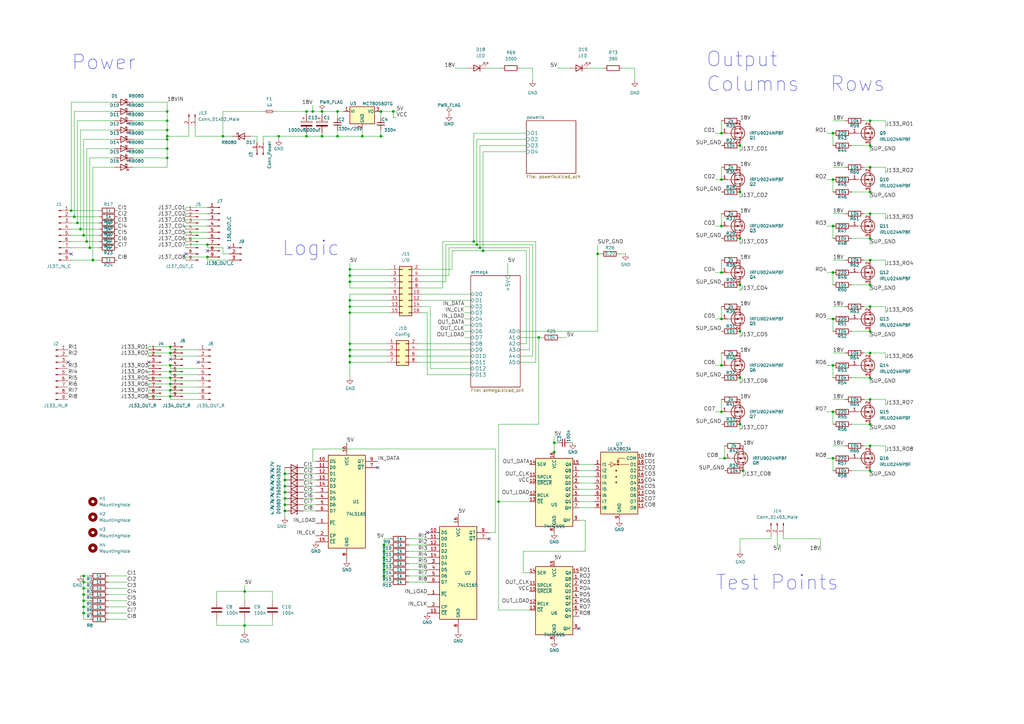
<source format=kicad_sch>
(kicad_sch (version 20211123) (generator eeschema)
  (paper "A3")
  (title_block (title "afterglow") (rev "1.5") (company "bitfield labs"))
  (junction (at 356.87 68.58))
  (junction (at 69.85 144.78))
  (junction (at 34.29 246.38))
  (junction (at 297.18 187.96))
  (junction (at 132.08 45.72))
  (junction (at 303.53 135.89))
  (junction (at 68.58 64.77))
  (junction (at 85.09 100.33))
  (junction (at 125.73 45.72))
  (junction (at 356.87 78.74))
  (junction (at 295.91 130.81))
  (junction (at 34.29 96.52))
  (junction (at 295.91 54.61))
  (junction (at 157.48 228.6))
  (junction (at 341.63 92.71))
  (junction (at 34.29 251.46))
  (junction (at 341.63 168.91))
  (junction (at 303.53 59.69))
  (junction (at 31.75 91.44))
  (junction (at 34.29 238.76))
  (junction (at 295.91 92.71))
  (junction (at 143.51 128.27))
  (junction (at 116.84 201.93))
  (junction (at 143.51 146.05))
  (junction (at 68.58 45.72))
  (junction (at 69.85 162.56))
  (junction (at 68.58 57.15))
  (junction (at 195.58 100.33))
  (junction (at 91.44 55.88))
  (junction (at 356.87 163.83))
  (junction (at 161.29 45.72))
  (junction (at 114.3 55.88))
  (junction (at 303.53 78.74))
  (junction (at 157.48 226.06))
  (junction (at 125.73 55.88))
  (junction (at 156.21 45.72))
  (junction (at 194.31 99.06))
  (junction (at 69.85 142.24))
  (junction (at 198.12 102.87))
  (junction (at 34.29 243.84))
  (junction (at 304.8 193.04))
  (junction (at 30.48 88.9))
  (junction (at 295.91 73.66))
  (junction (at 100.33 242.57))
  (junction (at 303.53 97.79))
  (junction (at 100.33 256.54))
  (junction (at 143.51 125.73))
  (junction (at 303.53 116.84))
  (junction (at 143.51 143.51))
  (junction (at 157.48 236.22))
  (junction (at 69.85 157.48))
  (junction (at 138.43 45.72))
  (junction (at 220.98 138.43))
  (junction (at 143.51 148.59))
  (junction (at 356.87 97.79))
  (junction (at 68.58 53.34))
  (junction (at 341.63 149.86))
  (junction (at 138.43 55.88))
  (junction (at 356.87 154.94))
  (junction (at 157.48 223.52))
  (junction (at 34.29 241.3))
  (junction (at 245.11 104.14))
  (junction (at 143.51 115.57))
  (junction (at 227.33 185.42))
  (junction (at 38.1 106.68))
  (junction (at 204.47 205.74))
  (junction (at 29.21 86.36))
  (junction (at 85.09 105.41))
  (junction (at 356.87 193.04))
  (junction (at 128.27 45.72))
  (junction (at 34.29 248.92))
  (junction (at 143.51 113.03))
  (junction (at 132.08 55.88))
  (junction (at 35.56 99.06))
  (junction (at 116.84 199.39))
  (junction (at 148.59 55.88))
  (junction (at 356.87 182.88))
  (junction (at 356.87 116.84))
  (junction (at 303.53 173.99))
  (junction (at 356.87 87.63))
  (junction (at 356.87 59.69))
  (junction (at 34.29 236.22))
  (junction (at 69.85 152.4))
  (junction (at 341.63 54.61))
  (junction (at 341.63 73.66))
  (junction (at 116.84 207.01))
  (junction (at 295.91 149.86))
  (junction (at 295.91 111.76))
  (junction (at 116.84 204.47))
  (junction (at 116.84 196.85))
  (junction (at 341.63 111.76))
  (junction (at 356.87 173.99))
  (junction (at 356.87 135.89))
  (junction (at 116.84 209.55))
  (junction (at 156.21 55.88))
  (junction (at 33.02 93.98))
  (junction (at 68.58 60.96))
  (junction (at 68.58 49.53))
  (junction (at 143.51 140.97))
  (junction (at 69.85 154.94))
  (junction (at 356.87 144.78))
  (junction (at 143.51 123.19))
  (junction (at 356.87 49.53))
  (junction (at 157.48 231.14))
  (junction (at 295.91 168.91))
  (junction (at 36.83 101.6))
  (junction (at 69.85 149.86))
  (junction (at 341.63 130.81))
  (junction (at 157.48 233.68))
  (junction (at 68.58 55.88))
  (junction (at 303.53 154.94))
  (junction (at 356.87 125.73))
  (junction (at 341.63 187.96))
  (junction (at 196.85 101.6))
  (junction (at 356.87 106.68))
  (junction (at 143.51 110.49))
  (junction (at 69.85 160.02))
  (junction (at 227.33 181.61))
  (junction (at 116.84 194.31))
  (no_connect (at 175.26 218.44))
  (no_connect (at 76.2 104.14))
  (no_connect (at 154.94 191.77))
  (no_connect (at 200.66 220.98))
  (no_connect (at 85.09 102.87))
  (no_connect (at 93.98 101.6))
  (no_connect (at 29.21 104.14))
  (no_connect (at 69.85 147.32))
  (no_connect (at 81.28 148.59))
  (no_connect (at 27.94 148.59))
  (no_connect (at 237.49 257.81))
  (no_connect (at 60.96 148.59))
  (wire (pts (xy 107.95 58.42) (xy 107.95 55.88)))
  (wire (pts (xy 69.85 152.4) (xy 60.96 152.4)))
  (wire (pts (xy 143.51 128.27) (xy 160.02 128.27)))
  (wire (pts (xy 215.9 102.87) (xy 215.9 140.97)))
  (wire (pts (xy 54.61 45.72) (xy 68.58 45.72)))
  (wire (pts (xy 157.48 220.98) (xy 157.48 223.52)))
  (wire (pts (xy 68.58 41.91) (xy 68.58 45.72)))
  (wire (pts (xy 76.2 92.71) (xy 76.2 93.98)))
  (wire (pts (xy 356.87 163.83) (xy 363.22 163.83)))
  (wire (pts (xy 69.85 158.75) (xy 69.85 157.48)))
  (wire (pts (xy 193.04 151.13) (xy 176.53 151.13)))
  (wire (pts (xy 143.51 115.57) (xy 143.51 113.03)))
  (wire (pts (xy 69.85 153.67) (xy 69.85 152.4)))
  (wire (pts (xy 363.22 163.83) (xy 363.22 166.37)))
  (wire (pts (xy 303.53 116.84) (xy 303.53 119.38)))
  (wire (pts (xy 196.85 101.6) (xy 217.17 101.6)))
  (wire (pts (xy 34.29 96.52) (xy 34.29 57.15)))
  (wire (pts (xy 85.09 105.41) (xy 76.2 105.41)))
  (wire (pts (xy 172.72 115.57) (xy 182.88 115.57)))
  (wire (pts (xy 336.55 220.98) (xy 321.31 220.98)))
  (wire (pts (xy 69.85 154.94) (xy 60.96 154.94)))
  (wire (pts (xy 30.48 88.9) (xy 29.21 88.9)))
  (wire (pts (xy 143.51 125.73) (xy 143.51 128.27)))
  (wire (pts (xy 52.07 248.92) (xy 44.45 248.92)))
  (wire (pts (xy 161.29 48.26) (xy 162.56 48.26)))
  (wire (pts (xy 81.28 143.51) (xy 69.85 143.51)))
  (wire (pts (xy 69.85 143.51) (xy 69.85 142.24)))
  (wire (pts (xy 341.63 144.78) (xy 346.71 144.78)))
  (wire (pts (xy 303.53 78.74) (xy 303.53 81.28)))
  (wire (pts (xy 113.03 45.72) (xy 125.73 45.72)))
  (wire (pts (xy 190.5 135.89) (xy 193.04 135.89)))
  (wire (pts (xy 88.9 242.57) (xy 88.9 246.38)))
  (wire (pts (xy 116.84 196.85) (xy 116.84 199.39)))
  (wire (pts (xy 303.53 59.69) (xy 303.53 62.23)))
  (wire (pts (xy 60.96 152.4) (xy 60.96 153.67)))
  (wire (pts (xy 341.63 182.88) (xy 346.71 182.88)))
  (wire (pts (xy 148.59 55.88) (xy 156.21 55.88)))
  (wire (pts (xy 116.84 194.31) (xy 116.84 196.85)))
  (wire (pts (xy 157.48 238.76) (xy 160.02 238.76)))
  (wire (pts (xy 182.88 115.57) (xy 182.88 100.33)))
  (wire (pts (xy 341.63 130.81) (xy 339.09 130.81)))
  (wire (pts (xy 69.85 163.83) (xy 81.28 163.83)))
  (wire (pts (xy 69.85 144.78) (xy 60.96 144.78)))
  (wire (pts (xy 171.45 146.05) (xy 193.04 146.05)))
  (wire (pts (xy 346.71 106.68) (xy 341.63 106.68)))
  (wire (pts (xy 243.84 198.12) (xy 237.49 198.12)))
  (wire (pts (xy 218.44 27.94) (xy 218.44 33.02)))
  (wire (pts (xy 85.09 100.33) (xy 76.2 100.33)))
  (wire (pts (xy 354.33 87.63) (xy 356.87 87.63)))
  (wire (pts (xy 316.23 219.71) (xy 316.23 220.98)))
  (wire (pts (xy 34.29 248.92) (xy 34.29 251.46)))
  (wire (pts (xy 227.33 181.61) (xy 227.33 185.42)))
  (wire (pts (xy 194.31 54.61) (xy 194.31 99.06)))
  (wire (pts (xy 95.25 55.88) (xy 91.44 55.88)))
  (wire (pts (xy 356.87 97.79) (xy 356.87 100.33)))
  (wire (pts (xy 245.11 104.14) (xy 246.38 104.14)))
  (wire (pts (xy 157.48 231.14) (xy 157.48 233.68)))
  (wire (pts (xy 129.54 196.85) (xy 124.46 196.85)))
  (wire (pts (xy 293.37 54.61) (xy 295.91 54.61)))
  (wire (pts (xy 34.29 236.22) (xy 36.83 236.22)))
  (wire (pts (xy 356.87 78.74) (xy 356.87 81.28)))
  (wire (pts (xy 69.85 151.13) (xy 69.85 149.86)))
  (wire (pts (xy 356.87 106.68) (xy 363.22 106.68)))
  (wire (pts (xy 30.48 88.9) (xy 30.48 45.72)))
  (wire (pts (xy 100.33 240.03) (xy 100.33 242.57)))
  (wire (pts (xy 303.53 135.89) (xy 303.53 138.43)))
  (wire (pts (xy 69.85 160.02) (xy 60.96 160.02)))
  (wire (pts (xy 36.83 101.6) (xy 36.83 64.77)))
  (wire (pts (xy 77.47 55.88) (xy 77.47 52.07)))
  (wire (pts (xy 52.07 251.46) (xy 44.45 251.46)))
  (wire (pts (xy 129.54 189.23) (xy 128.27 189.23)))
  (wire (pts (xy 228.6 27.94) (xy 233.68 27.94)))
  (wire (pts (xy 363.22 182.88) (xy 363.22 185.42)))
  (wire (pts (xy 116.84 204.47) (xy 116.84 207.01)))
  (wire (pts (xy 33.02 53.34) (xy 46.99 53.34)))
  (wire (pts (xy 143.51 146.05) (xy 158.75 146.05)))
  (wire (pts (xy 356.87 68.58) (xy 363.22 68.58)))
  (wire (pts (xy 54.61 57.15) (xy 68.58 57.15)))
  (wire (pts (xy 341.63 49.53) (xy 346.71 49.53)))
  (wire (pts (xy 157.48 236.22) (xy 157.48 238.76)))
  (wire (pts (xy 157.48 233.68) (xy 157.48 236.22)))
  (wire (pts (xy 341.63 92.71) (xy 339.09 92.71)))
  (wire (pts (xy 363.22 49.53) (xy 363.22 52.07)))
  (wire (pts (xy 303.53 173.99) (xy 303.53 176.53)))
  (wire (pts (xy 85.09 95.25) (xy 76.2 95.25)))
  (wire (pts (xy 172.72 118.11) (xy 181.61 118.11)))
  (wire (pts (xy 68.58 45.72) (xy 68.58 49.53)))
  (wire (pts (xy 91.44 45.72) (xy 107.95 45.72)))
  (wire (pts (xy 341.63 163.83) (xy 346.71 163.83)))
  (wire (pts (xy 129.54 194.31) (xy 124.46 194.31)))
  (wire (pts (xy 318.77 219.71) (xy 318.77 223.52)))
  (wire (pts (xy 184.15 113.03) (xy 184.15 101.6)))
  (wire (pts (xy 203.2 218.44) (xy 203.2 184.15)))
  (wire (pts (xy 167.64 226.06) (xy 175.26 226.06)))
  (wire (pts (xy 341.63 87.63) (xy 346.71 87.63)))
  (wire (pts (xy 143.51 123.19) (xy 160.02 123.19)))
  (wire (pts (xy 34.29 238.76) (xy 34.29 241.3)))
  (wire (pts (xy 157.48 226.06) (xy 157.48 228.6)))
  (wire (pts (xy 160.02 125.73) (xy 143.51 125.73)))
  (wire (pts (xy 143.51 110.49) (xy 143.51 107.95)))
  (wire (pts (xy 213.36 138.43) (xy 220.98 138.43)))
  (wire (pts (xy 195.58 100.33) (xy 218.44 100.33)))
  (wire (pts (xy 295.91 168.91) (xy 295.91 163.83)))
  (wire (pts (xy 138.43 53.34) (xy 138.43 55.88)))
  (wire (pts (xy 161.29 45.72) (xy 162.56 45.72)))
  (wire (pts (xy 341.63 68.58) (xy 346.71 68.58)))
  (wire (pts (xy 157.48 226.06) (xy 160.02 226.06)))
  (wire (pts (xy 76.2 97.79) (xy 76.2 99.06)))
  (wire (pts (xy 233.68 181.61) (xy 234.95 181.61)))
  (wire (pts (xy 349.25 78.74) (xy 356.87 78.74)))
  (wire (pts (xy 114.3 55.88) (xy 125.73 55.88)))
  (wire (pts (xy 60.96 162.56) (xy 60.96 163.83)))
  (wire (pts (xy 316.23 220.98) (xy 303.53 220.98)))
  (wire (pts (xy 218.44 100.33) (xy 218.44 146.05)))
  (wire (pts (xy 80.01 55.88) (xy 91.44 55.88)))
  (wire (pts (xy 100.33 256.54) (xy 100.33 259.08)))
  (wire (pts (xy 35.56 99.06) (xy 35.56 60.96)))
  (wire (pts (xy 54.61 41.91) (xy 68.58 41.91)))
  (wire (pts (xy 156.21 45.72) (xy 161.29 45.72)))
  (wire (pts (xy 143.51 146.05) (xy 143.51 148.59)))
  (wire (pts (xy 354.33 68.58) (xy 356.87 68.58)))
  (wire (pts (xy 52.07 243.84) (xy 44.45 243.84)))
  (wire (pts (xy 190.5 128.27) (xy 193.04 128.27)))
  (wire (pts (xy 29.21 99.06) (xy 35.56 99.06)))
  (wire (pts (xy 181.61 99.06) (xy 181.61 118.11)))
  (wire (pts (xy 76.2 85.09) (xy 85.09 85.09)))
  (wire (pts (xy 176.53 125.73) (xy 172.72 125.73)))
  (wire (pts (xy 68.58 57.15) (xy 68.58 60.96)))
  (wire (pts (xy 356.87 59.69) (xy 356.87 62.23)))
  (wire (pts (xy 356.87 173.99) (xy 356.87 176.53)))
  (wire (pts (xy 215.9 54.61) (xy 194.31 54.61)))
  (wire (pts (xy 143.51 143.51) (xy 143.51 146.05)))
  (wire (pts (xy 156.21 55.88) (xy 157.48 55.88)))
  (wire (pts (xy 100.33 256.54) (xy 100.33 254)))
  (wire (pts (xy 245.11 104.14) (xy 245.11 135.89)))
  (wire (pts (xy 175.26 223.52) (xy 167.64 223.52)))
  (wire (pts (xy 100.33 242.57) (xy 100.33 246.38)))
  (wire (pts (xy 260.35 27.94) (xy 260.35 33.02)))
  (wire (pts (xy 198.12 102.87) (xy 215.9 102.87)))
  (wire (pts (xy 199.39 27.94) (xy 205.74 27.94)))
  (wire (pts (xy 185.42 102.87) (xy 198.12 102.87)))
  (wire (pts (xy 354.33 49.53) (xy 356.87 49.53)))
  (wire (pts (xy 35.56 60.96) (xy 46.99 60.96)))
  (wire (pts (xy 34.29 57.15) (xy 46.99 57.15)))
  (wire (pts (xy 237.49 208.28) (xy 243.84 208.28)))
  (wire (pts (xy 254 104.14) (xy 256.54 104.14)))
  (wire (pts (xy 167.64 236.22) (xy 175.26 236.22)))
  (wire (pts (xy 88.9 254) (xy 88.9 256.54)))
  (wire (pts (xy 320.04 223.52) (xy 320.04 226.06)))
  (wire (pts (xy 68.58 49.53) (xy 68.58 53.34)))
  (wire (pts (xy 33.02 236.22) (xy 34.29 236.22)))
  (wire (pts (xy 69.85 146.05) (xy 69.85 144.78)))
  (wire (pts (xy 60.96 154.94) (xy 60.96 156.21)))
  (wire (pts (xy 116.84 201.93) (xy 116.84 204.47)))
  (wire (pts (xy 190.5 130.81) (xy 193.04 130.81)))
  (wire (pts (xy 175.26 233.68) (xy 167.64 233.68)))
  (wire (pts (xy 215.9 59.69) (xy 196.85 59.69)))
  (wire (pts (xy 356.87 116.84) (xy 356.87 119.38)))
  (wire (pts (xy 295.91 92.71) (xy 293.37 92.71)))
  (wire (pts (xy 116.84 209.55) (xy 116.84 212.09)))
  (wire (pts (xy 293.37 168.91) (xy 295.91 168.91)))
  (wire (pts (xy 160.02 220.98) (xy 157.48 220.98)))
  (wire (pts (xy 321.31 220.98) (xy 321.31 219.71)))
  (wire (pts (xy 68.58 55.88) (xy 77.47 55.88)))
  (wire (pts (xy 143.51 120.65) (xy 143.51 123.19)))
  (wire (pts (xy 175.26 128.27) (xy 175.26 153.67)))
  (wire (pts (xy 54.61 64.77) (xy 68.58 64.77)))
  (wire (pts (xy 213.36 27.94) (xy 218.44 27.94)))
  (wire (pts (xy 297.18 187.96) (xy 294.64 187.96)))
  (wire (pts (xy 81.28 161.29) (xy 69.85 161.29)))
  (wire (pts (xy 227.33 181.61) (xy 228.6 181.61)))
  (wire (pts (xy 143.51 140.97) (xy 158.75 140.97)))
  (wire (pts (xy 208.28 107.95) (xy 208.28 113.03)))
  (wire (pts (xy 31.75 49.53) (xy 46.99 49.53)))
  (wire (pts (xy 240.03 226.06) (xy 240.03 213.36)))
  (wire (pts (xy 363.22 87.63) (xy 363.22 90.17)))
  (wire (pts (xy 34.29 246.38) (xy 36.83 246.38)))
  (wire (pts (xy 157.48 236.22) (xy 160.02 236.22)))
  (wire (pts (xy 157.48 228.6) (xy 160.02 228.6)))
  (wire (pts (xy 293.37 149.86) (xy 295.91 149.86)))
  (wire (pts (xy 240.03 213.36) (xy 237.49 213.36)))
  (wire (pts (xy 132.08 45.72) (xy 132.08 46.99)))
  (wire (pts (xy 80.01 55.88) (xy 80.01 52.07)))
  (wire (pts (xy 69.85 149.86) (xy 60.96 149.86)))
  (wire (pts (xy 172.72 123.19) (xy 193.04 123.19)))
  (wire (pts (xy 295.91 130.81) (xy 293.37 130.81)))
  (wire (pts (xy 363.22 144.78) (xy 363.22 147.32)))
  (wire (pts (xy 156.21 45.72) (xy 156.21 48.26)))
  (wire (pts (xy 218.44 146.05) (xy 213.36 146.05)))
  (wire (pts (xy 237.49 195.58) (xy 243.84 195.58)))
  (wire (pts (xy 116.84 199.39) (xy 116.84 201.93)))
  (wire (pts (xy 171.45 148.59) (xy 193.04 148.59)))
  (wire (pts (xy 143.51 113.03) (xy 143.51 110.49)))
  (wire (pts (xy 356.87 173.99) (xy 349.25 173.99)))
  (wire (pts (xy 243.84 205.74) (xy 237.49 205.74)))
  (wire (pts (xy 76.2 86.36) (xy 76.2 85.09)))
  (wire (pts (xy 100.33 242.57) (xy 88.9 242.57)))
  (wire (pts (xy 172.72 113.03) (xy 184.15 113.03)))
  (wire (pts (xy 132.08 54.61) (xy 132.08 55.88)))
  (wire (pts (xy 68.58 60.96) (xy 68.58 64.77)))
  (wire (pts (xy 44.45 238.76) (xy 52.07 238.76)))
  (wire (pts (xy 341.63 97.79) (xy 341.63 92.71)))
  (wire (pts (xy 176.53 151.13) (xy 176.53 125.73)))
  (wire (pts (xy 33.02 93.98) (xy 40.64 93.98)))
  (wire (pts (xy 220.98 138.43) (xy 220.98 173.99)))
  (wire (pts (xy 124.46 209.55) (xy 129.54 209.55)))
  (wire (pts (xy 129.54 207.01) (xy 124.46 207.01)))
  (wire (pts (xy 81.28 153.67) (xy 69.85 153.67)))
  (wire (pts (xy 143.51 148.59) (xy 143.51 154.94)))
  (wire (pts (xy 341.63 187.96) (xy 339.09 187.96)))
  (wire (pts (xy 143.51 128.27) (xy 143.51 140.97)))
  (wire (pts (xy 349.25 116.84) (xy 356.87 116.84)))
  (wire (pts (xy 35.56 99.06) (xy 40.64 99.06)))
  (wire (pts (xy 60.96 144.78) (xy 60.96 146.05)))
  (wire (pts (xy 34.29 248.92) (xy 36.83 248.92)))
  (wire (pts (xy 29.21 93.98) (xy 33.02 93.98)))
  (wire (pts (xy 356.87 182.88) (xy 363.22 182.88)))
  (wire (pts (xy 336.55 226.06) (xy 336.55 220.98)))
  (wire (pts (xy 76.2 88.9) (xy 76.2 87.63)))
  (wire (pts (xy 243.84 193.04) (xy 237.49 193.04)))
  (wire (pts (xy 172.72 128.27) (xy 175.26 128.27)))
  (wire (pts (xy 349.25 193.04) (xy 356.87 193.04)))
  (wire (pts (xy 213.36 135.89) (xy 245.11 135.89)))
  (wire (pts (xy 100.33 256.54) (xy 111.76 256.54)))
  (wire (pts (xy 172.72 110.49) (xy 185.42 110.49)))
  (wire (pts (xy 160.02 223.52) (xy 157.48 223.52)))
  (wire (pts (xy 354.33 125.73) (xy 356.87 125.73)))
  (wire (pts (xy 157.48 228.6) (xy 157.48 231.14)))
  (wire (pts (xy 303.53 97.79) (xy 303.53 100.33)))
  (wire (pts (xy 29.21 41.91) (xy 46.99 41.91)))
  (wire (pts (xy 356.87 144.78) (xy 363.22 144.78)))
  (wire (pts (xy 195.58 57.15) (xy 195.58 100.33)))
  (wire (pts (xy 171.45 143.51) (xy 193.04 143.51)))
  (wire (pts (xy 34.29 246.38) (xy 34.29 248.92)))
  (wire (pts (xy 60.96 160.02) (xy 60.96 161.29)))
  (wire (pts (xy 363.22 106.68) (xy 363.22 109.22)))
  (wire (pts (xy 167.64 231.14) (xy 175.26 231.14)))
  (wire (pts (xy 132.08 55.88) (xy 138.43 55.88)))
  (wire (pts (xy 356.87 193.04) (xy 356.87 195.58)))
  (wire (pts (xy 30.48 45.72) (xy 46.99 45.72)))
  (wire (pts (xy 143.51 148.59) (xy 158.75 148.59)))
  (wire (pts (xy 204.47 250.19) (xy 217.17 250.19)))
  (wire (pts (xy 31.75 91.44) (xy 40.64 91.44)))
  (wire (pts (xy 143.51 113.03) (xy 160.02 113.03)))
  (wire (pts (xy 190.5 138.43) (xy 193.04 138.43)))
  (wire (pts (xy 341.63 149.86) (xy 339.09 149.86)))
  (wire (pts (xy 295.91 111.76) (xy 293.37 111.76)))
  (wire (pts (xy 68.58 53.34) (xy 68.58 55.88)))
  (wire (pts (xy 229.87 138.43) (xy 232.41 138.43)))
  (wire (pts (xy 85.09 92.71) (xy 76.2 92.71)))
  (wire (pts (xy 68.58 55.88) (xy 68.58 57.15)))
  (wire (pts (xy 204.47 250.19) (xy 204.47 205.74)))
  (wire (pts (xy 237.49 200.66) (xy 243.84 200.66)))
  (wire (pts (xy 69.85 157.48) (xy 60.96 157.48)))
  (wire (pts (xy 44.45 254) (xy 52.07 254)))
  (wire (pts (xy 34.29 254) (xy 36.83 254)))
  (wire (pts (xy 111.76 246.38) (xy 111.76 242.57)))
  (wire (pts (xy 341.63 111.76) (xy 341.63 116.84)))
  (wire (pts (xy 125.73 55.88) (xy 132.08 55.88)))
  (wire (pts (xy 160.02 118.11) (xy 143.51 118.11)))
  (wire (pts (xy 54.61 60.96) (xy 68.58 60.96)))
  (wire (pts (xy 356.87 87.63) (xy 363.22 87.63)))
  (wire (pts (xy 69.85 163.83) (xy 69.85 162.56)))
  (wire (pts (xy 341.63 111.76) (xy 339.09 111.76)))
  (wire (pts (xy 88.9 256.54) (xy 100.33 256.54)))
  (wire (pts (xy 30.48 88.9) (xy 40.64 88.9)))
  (wire (pts (xy 156.21 55.88) (xy 156.21 53.34)))
  (wire (pts (xy 181.61 99.06) (xy 194.31 99.06)))
  (wire (pts (xy 214.63 226.06) (xy 240.03 226.06)))
  (wire (pts (xy 128.27 45.72) (xy 132.08 45.72)))
  (wire (pts (xy 214.63 234.95) (xy 214.63 226.06)))
  (wire (pts (xy 349.25 97.79) (xy 356.87 97.79)))
  (wire (pts (xy 124.46 199.39) (xy 129.54 199.39)))
  (wire (pts (xy 363.22 125.73) (xy 363.22 128.27)))
  (wire (pts (xy 160.02 120.65) (xy 143.51 120.65)))
  (wire (pts (xy 341.63 168.91) (xy 339.09 168.91)))
  (wire (pts (xy 295.91 87.63) (xy 295.91 92.71)))
  (wire (pts (xy 194.31 99.06) (xy 219.71 99.06)))
  (wire (pts (xy 341.63 193.04) (xy 341.63 187.96)))
  (wire (pts (xy 76.2 87.63) (xy 85.09 87.63)))
  (wire (pts (xy 175.26 153.67) (xy 193.04 153.67)))
  (wire (pts (xy 91.44 104.14) (xy 91.44 101.6)))
  (wire (pts (xy 76.2 91.44) (xy 76.2 90.17)))
  (wire (pts (xy 34.29 96.52) (xy 29.21 96.52)))
  (wire (pts (xy 219.71 148.59) (xy 213.36 148.59)))
  (wire (pts (xy 29.21 86.36) (xy 40.64 86.36)))
  (wire (pts (xy 85.09 106.68) (xy 85.09 105.41)))
  (wire (pts (xy 175.26 238.76) (xy 167.64 238.76)))
  (wire (pts (xy 237.49 190.5) (xy 243.84 190.5)))
  (wire (pts (xy 255.27 27.94) (xy 260.35 27.94)))
  (wire (pts (xy 185.42 110.49) (xy 185.42 102.87)))
  (wire (pts (xy 44.45 236.22) (xy 52.07 236.22)))
  (wire (pts (xy 356.87 125.73) (xy 363.22 125.73)))
  (wire (pts (xy 200.66 218.44) (xy 203.2 218.44)))
  (wire (pts (xy 128.27 43.18) (xy 128.27 45.72)))
  (wire (pts (xy 76.2 105.41) (xy 76.2 106.68)))
  (wire (pts (xy 190.5 133.35) (xy 193.04 133.35)))
  (wire (pts (xy 128.27 184.15) (xy 203.2 184.15)))
  (wire (pts (xy 38.1 106.68) (xy 40.64 106.68)))
  (wire (pts (xy 143.51 140.97) (xy 143.51 143.51)))
  (wire (pts (xy 125.73 54.61) (xy 125.73 55.88)))
  (wire (pts (xy 36.83 238.76) (xy 34.29 238.76)))
  (wire (pts (xy 341.63 59.69) (xy 341.63 54.61)))
  (wire (pts (xy 128.27 189.23) (xy 128.27 184.15)))
  (wire (pts (xy 93.98 106.68) (xy 85.09 106.68)))
  (wire (pts (xy 29.21 91.44) (xy 31.75 91.44)))
  (wire (pts (xy 125.73 45.72) (xy 128.27 45.72)))
  (wire (pts (xy 171.45 140.97) (xy 193.04 140.97)))
  (wire (pts (xy 132.08 45.72) (xy 138.43 45.72)))
  (wire (pts (xy 125.73 45.72) (xy 125.73 46.99)))
  (wire (pts (xy 36.83 101.6) (xy 40.64 101.6)))
  (wire (pts (xy 34.29 241.3) (xy 34.29 243.84)))
  (wire (pts (xy 198.12 62.23) (xy 198.12 102.87)))
  (wire (pts (xy 68.58 64.77) (xy 68.58 68.58)))
  (wire (pts (xy 29.21 101.6) (xy 36.83 101.6)))
  (wire (pts (xy 227.33 185.42) (xy 227.33 187.96)))
  (wire (pts (xy 69.85 142.24) (xy 60.96 142.24)))
  (wire (pts (xy 349.25 59.69) (xy 356.87 59.69)))
  (wire (pts (xy 69.85 161.29) (xy 69.85 160.02)))
  (wire (pts (xy 217.17 234.95) (xy 214.63 234.95)))
  (wire (pts (xy 354.33 163.83) (xy 356.87 163.83)))
  (wire (pts (xy 54.61 49.53) (xy 68.58 49.53)))
  (wire (pts (xy 356.87 135.89) (xy 356.87 138.43)))
  (wire (pts (xy 204.47 173.99) (xy 204.47 205.74)))
  (wire (pts (xy 304.8 193.04) (xy 304.8 195.58)))
  (wire (pts (xy 196.85 59.69) (xy 196.85 101.6)))
  (wire (pts (xy 148.59 53.34) (xy 148.59 55.88)))
  (wire (pts (xy 303.53 154.94) (xy 303.53 157.48)))
  (wire (pts (xy 102.87 55.88) (xy 105.41 55.88)))
  (wire (pts (xy 227.33 181.61) (xy 227.33 179.07)))
  (wire (pts (xy 143.51 143.51) (xy 158.75 143.51)))
  (wire (pts (xy 219.71 99.06) (xy 219.71 148.59)))
  (wire (pts (xy 29.21 86.36) (xy 29.21 41.91)))
  (wire (pts (xy 157.48 231.14) (xy 160.02 231.14)))
  (wire (pts (xy 34.29 243.84) (xy 34.29 246.38)))
  (wire (pts (xy 60.96 157.48) (xy 60.96 158.75)))
  (wire (pts (xy 160.02 115.57) (xy 143.51 115.57)))
  (wire (pts (xy 220.98 138.43) (xy 222.25 138.43)))
  (wire (pts (xy 116.84 191.77) (xy 116.84 194.31)))
  (wire (pts (xy 124.46 191.77) (xy 129.54 191.77)))
  (wire (pts (xy 138.43 45.72) (xy 138.43 48.26)))
  (wire (pts (xy 303.53 220.98) (xy 303.53 226.06)))
  (wire (pts (xy 220.98 173.99) (xy 204.47 173.99)))
  (wire (pts (xy 81.28 156.21) (xy 69.85 156.21)))
  (wire (pts (xy 346.71 125.73) (xy 341.63 125.73)))
  (wire (pts (xy 341.63 54.61) (xy 339.09 54.61)))
  (wire (pts (xy 111.76 256.54) (xy 111.76 254)))
  (wire (pts (xy 363.22 68.58) (xy 363.22 71.12)))
  (wire (pts (xy 34.29 251.46) (xy 34.29 254)))
  (wire (pts (xy 36.83 64.77) (xy 46.99 64.77)))
  (wire (pts (xy 217.17 101.6) (xy 217.17 143.51)))
  (wire (pts (xy 215.9 62.23) (xy 198.12 62.23)))
  (wire (pts (xy 154.94 45.72) (xy 156.21 45.72)))
  (wire (pts (xy 76.2 100.33) (xy 76.2 101.6)))
  (wire (pts (xy 167.64 220.98) (xy 175.26 220.98)))
  (wire (pts (xy 341.63 173.99) (xy 341.63 168.91)))
  (wire (pts (xy 341.63 130.81) (xy 341.63 135.89)))
  (wire (pts (xy 297.18 182.88) (xy 297.18 187.96)))
  (wire (pts (xy 114.3 55.88) (xy 114.3 57.15)))
  (wire (pts (xy 157.48 233.68) (xy 160.02 233.68)))
  (wire (pts (xy 33.02 93.98) (xy 33.02 53.34)))
  (wire (pts (xy 217.17 143.51) (xy 213.36 143.51)))
  (wire (pts (xy 157.48 223.52) (xy 157.48 226.06)))
  (wire (pts (xy 81.28 151.13) (xy 69.85 151.13)))
  (wire (pts (xy 91.44 55.88) (xy 91.44 45.72)))
  (wire (pts (xy 138.43 45.72) (xy 140.97 45.72)))
  (wire (pts (xy 182.88 100.33) (xy 195.58 100.33)))
  (wire (pts (xy 186.69 27.94) (xy 191.77 27.94)))
  (wire (pts (xy 349.25 135.89) (xy 356.87 135.89)))
  (wire (pts (xy 138.43 55.88) (xy 148.59 55.88)))
  (wire (pts (xy 354.33 182.88) (xy 356.87 182.88)))
  (wire (pts (xy 69.85 162.56) (xy 60.96 162.56)))
  (wire (pts (xy 34.29 241.3) (xy 36.83 241.3)))
  (wire (pts (xy 116.84 207.01) (xy 116.84 209.55)))
  (wire (pts (xy 341.63 78.74) (xy 341.63 73.66)))
  (wire (pts (xy 60.96 149.86) (xy 60.96 151.13)))
  (wire (pts (xy 34.29 96.52) (xy 40.64 96.52)))
  (wire (pts (xy 34.29 236.22) (xy 34.29 238.76)))
  (wire (pts (xy 44.45 241.3) (xy 52.07 241.3)))
  (wire (pts (xy 91.44 101.6) (xy 85.09 101.6)))
  (wire (pts (xy 111.76 242.57) (xy 100.33 242.57)))
  (wire (pts (xy 295.91 149.86) (xy 295.91 144.78)))
  (wire (pts (xy 38.1 68.58) (xy 46.99 68.58)))
  (wire (pts (xy 124.46 204.47) (xy 129.54 204.47)))
  (wire (pts (xy 68.58 68.58) (xy 54.61 68.58)))
  (wire (pts (xy 105.41 55.88) (xy 105.41 58.42)))
  (wire (pts (xy 76.2 95.25) (xy 76.2 96.52)))
  (wire (pts (xy 356.87 49.53) (xy 363.22 49.53)))
  (wire (pts (xy 143.51 118.11) (xy 143.51 115.57)))
  (wire (pts (xy 143.51 110.49) (xy 160.02 110.49)))
  (wire (pts (xy 54.61 53.34) (xy 68.58 53.34)))
  (wire (pts (xy 295.91 125.73) (xy 295.91 130.81)))
  (wire (pts (xy 354.33 144.78) (xy 356.87 144.78)))
  (wire (pts (xy 34.29 243.84) (xy 36.83 243.84)))
  (wire (pts (xy 34.29 251.46) (xy 36.83 251.46)))
  (wire (pts (xy 349.25 154.94) (xy 356.87 154.94)))
  (wire (pts (xy 93.98 104.14) (xy 91.44 104.14)))
  (wire (pts (xy 29.21 106.68) (xy 38.1 106.68)))
  (wire (pts (xy 85.09 101.6) (xy 85.09 100.33)))
  (wire (pts (xy 69.85 156.21) (xy 69.85 154.94)))
  (wire (pts (xy 81.28 146.05) (xy 69.85 146.05)))
  (wire (pts (xy 241.3 27.94) (xy 247.65 27.94)))
  (wire (pts (xy 161.29 45.72) (xy 161.29 48.26)))
  (wire (pts (xy 107.95 55.88) (xy 114.3 55.88)))
  (wire (pts (xy 295.91 73.66) (xy 293.37 73.66)))
  (wire (pts (xy 31.75 91.44) (xy 31.75 49.53)))
  (wire (pts (xy 175.26 228.6) (xy 167.64 228.6)))
  (wire (pts (xy 172.72 120.65) (xy 193.04 120.65)))
  (wire (pts (xy 143.51 123.19) (xy 143.51 125.73)))
  (wire (pts (xy 190.5 125.73) (xy 193.04 125.73)))
  (wire (pts (xy 217.17 205.74) (xy 204.47 205.74)))
  (wire (pts (xy 76.2 90.17) (xy 85.09 90.17)))
  (wire (pts (xy 318.77 223.52) (xy 320.04 223.52)))
  (wire (pts (xy 295.91 106.68) (xy 295.91 111.76)))
  (wire (pts (xy 341.63 149.86) (xy 341.63 154.94)))
  (wire (pts (xy 215.9 57.15) (xy 195.58 57.15)))
  (wire (pts (xy 341.63 73.66) (xy 339.09 73.66)))
  (wire (pts (xy 60.96 142.24) (xy 60.96 143.51)))
  (wire (pts (xy 295.91 68.58) (xy 295.91 73.66)))
  (wire (pts (xy 81.28 158.75) (xy 69.85 158.75)))
  (wire (pts (xy 184.15 101.6) (xy 196.85 101.6)))
  (wire (pts (xy 85.09 97.79) (xy 76.2 97.79)))
  (wire (pts (xy 354.33 106.68) (xy 356.87 106.68)))
  (wire (pts (xy 356.87 154.94) (xy 356.87 157.48)))
  (wire (pts (xy 44.45 246.38) (xy 52.07 246.38)))
  (wire (pts (xy 38.1 106.68) (xy 38.1 68.58)))
  (wire (pts (xy 129.54 201.93) (xy 124.46 201.93)))
  (wire (pts (xy 295.91 54.61) (xy 295.91 49.53)))
  (wire (pts (xy 245.11 104.14) (xy 245.11 100.33)))
  (wire (pts (xy 237.49 203.2) (xy 243.84 203.2)))
  (wire (pts (xy 215.9 140.97) (xy 213.36 140.97)))
  (text "Rows" (at 340.36 38.1 0) (effects (font (size 5.9944 5.9944)) (justify left bottom)))
  (text "Columns" (at 289.56 38.1 0) (effects (font (size 5.9944 5.9944)) (justify left bottom)))
  (text "Logic" (at 115.57 105.41 0) (effects (font (size 5.9944 5.9944)) (justify left bottom)))
  (text "Test Points" (at 293.37 242.57 0) (effects (font (size 5.9944 5.9944)) (justify left bottom)))
  (text "Power" (at 29.21 29.21 0) (effects (font (size 5.9944 5.9944)) (justify left bottom)))
  (text "Output" (at 289.56 27.94 0) (effects (font (size 5.9944 5.9944)) (justify left bottom)))
  (label "J137_CO1" (at 303.53 62.23 0) (effects (font (size 1.524 1.524))))
  (label "J133_RO8" (at 60.96 163.83 180) (effects (font (size 1.524 1.524))))
  (label "18V" (at 303.53 49.53 0) (effects (font (size 1.524 1.524))))
  (label "CO8" (at 264.16 208.28 0) (effects (font (size 1.524 1.524))))
  (label "RI6" (at 27.94 158.75 0) (effects (font (size 1.524 1.524))))
  (label "RI1" (at 171.45 220.98 0) (effects (font (size 1.524 1.524))))
  (label "J137_CO2" (at 76.2 88.9 180) (effects (font (size 1.524 1.524))))
  (label "CI7" (at 52.07 251.46 0) (effects (font (size 1.524 1.524))))
  (label "CI4" (at 52.07 243.84 0) (effects (font (size 1.524 1.524))))
  (label "CI4" (at 48.26 93.98 0) (effects (font (size 1.524 1.524))))
  (label "5V" (at 143.51 107.95 0) (effects (font (size 1.524 1.524))))
  (label "SUP_GND" (at 295.91 173.99 180) (effects (font (size 1.524 1.524))))
  (label "CI6" (at 52.07 248.92 0) (effects (font (size 1.524 1.524))))
  (label "RO3" (at 339.09 92.71 180) (effects (font (size 1.524 1.524))))
  (label "5V" (at 157.48 220.98 180) (effects (font (size 1.524 1.524))))
  (label "CO3" (at 293.37 92.71 180) (effects (font (size 1.524 1.524))))
  (label "J133_RO5" (at 60.96 156.21 180) (effects (font (size 1.524 1.524))))
  (label "SUP_GND" (at 295.91 97.79 180) (effects (font (size 1.524 1.524))))
  (label "CI2" (at 124.46 194.31 0) (effects (font (size 1.524 1.524))))
  (label "RO3" (at 237.49 240.03 0) (effects (font (size 1.524 1.524))))
  (label "VCC" (at 217.17 198.12 180) (effects (font (size 1.524 1.524))))
  (label "CO8" (at 294.64 187.96 180) (effects (font (size 1.524 1.524))))
  (label "CI2" (at 48.26 88.9 0) (effects (font (size 1.524 1.524))))
  (label "J137_CO6" (at 303.53 157.48 0) (effects (font (size 1.524 1.524))))
  (label "RI8" (at 27.94 163.83 0) (effects (font (size 1.524 1.524))))
  (label "OUT_CLK" (at 217.17 195.58 180) (effects (font (size 1.524 1.524))))
  (label "RO5" (at 339.09 130.81 180) (effects (font (size 1.524 1.524))))
  (label "J133_RO4" (at 60.96 153.67 180) (effects (font (size 1.524 1.524))))
  (label "18V" (at 341.63 163.83 0) (effects (font (size 1.524 1.524))))
  (label "RI4" (at 27.94 153.67 0) (effects (font (size 1.524 1.524))))
  (label "5V" (at 142.24 181.61 0) (effects (font (size 1.524 1.524))))
  (label "J137_CO8" (at 304.8 195.58 0) (effects (font (size 1.524 1.524))))
  (label "J133_RO6" (at 363.22 147.32 0) (effects (font (size 1.524 1.524))))
  (label "18V" (at 336.55 226.06 180) (effects (font (size 1.524 1.524))))
  (label "5V" (at 227.33 179.07 0) (effects (font (size 1.524 1.524))))
  (label "CI8" (at 52.07 254 0) (effects (font (size 1.524 1.524))))
  (label "RO2" (at 237.49 237.49 0) (effects (font (size 1.524 1.524))))
  (label "SUP_GND" (at 295.91 135.89 180) (effects (font (size 1.524 1.524))))
  (label "RO4" (at 339.09 111.76 180) (effects (font (size 1.524 1.524))))
  (label "CI5" (at 48.26 96.52 0) (effects (font (size 1.524 1.524))))
  (label "SUP_GND" (at 295.91 116.84 180) (effects (font (size 1.524 1.524))))
  (label "IN_CLK" (at 175.26 248.92 180) (effects (font (size 1.524 1.524))))
  (label "CO4" (at 264.16 198.12 0) (effects (font (size 1.524 1.524))))
  (label "18V" (at 128.27 43.18 180) (effects (font (size 1.524 1.524))))
  (label "CO1" (at 264.16 190.5 0) (effects (font (size 1.524 1.524))))
  (label "IN_LOAD" (at 175.26 243.84 180) (effects (font (size 1.524 1.524))))
  (label "J133_RO6" (at 60.96 158.75 180) (effects (font (size 1.524 1.524))))
  (label "IN_DATA" (at 154.94 189.23 0) (effects (font (size 1.524 1.524))))
  (label "IN_LOAD" (at 190.5 130.81 180) (effects (font (size 1.524 1.524))))
  (label "RO8" (at 339.09 187.96 180) (effects (font (size 1.524 1.524))))
  (label "VCC" (at 217.17 242.57 180) (effects (font (size 1.524 1.524))))
  (label "CO3" (at 264.16 195.58 0) (effects (font (size 1.524 1.524))))
  (label "CI5" (at 52.07 246.38 0) (effects (font (size 1.524 1.524))))
  (label "CI1" (at 52.07 236.22 0) (effects (font (size 1.524 1.524))))
  (label "18V" (at 341.63 182.88 0) (effects (font (size 1.524 1.524))))
  (label "RI3" (at 27.94 151.13 0) (effects (font (size 1.524 1.524))))
  (label "RO6" (at 237.49 247.65 0) (effects (font (size 1.524 1.524))))
  (label "SUP_GND" (at 295.91 78.74 180) (effects (font (size 1.524 1.524))))
  (label "CO6" (at 293.37 149.86 180) (effects (font (size 1.524 1.524))))
  (label "CO5" (at 264.16 200.66 0) (effects (font (size 1.524 1.524))))
  (label "SUP_GND" (at 356.87 195.58 0) (effects (font (size 1.524 1.524))))
  (label "J133_RO3" (at 60.96 151.13 180) (effects (font (size 1.524 1.524))))
  (label "5V" (at 187.96 210.82 0) (effects (font (size 1.524 1.524))))
  (label "CO7" (at 264.16 205.74 0) (effects (font (size 1.524 1.524))))
  (label "SUP_GND" (at 356.87 100.33 0) (effects (font (size 1.524 1.524))))
  (label "CI3" (at 52.07 241.3 0) (effects (font (size 1.524 1.524))))
  (label "RO7" (at 339.09 168.91 180) (effects (font (size 1.524 1.524))))
  (label "RO5" (at 237.49 245.11 0) (effects (font (size 1.524 1.524))))
  (label "CI6" (at 124.46 204.47 0) (effects (font (size 1.524 1.524))))
  (label "CI6" (at 48.26 99.06 0) (effects (font (size 1.524 1.524))))
  (label "J133_RO5" (at 363.22 128.27 0) (effects (font (size 1.524 1.524))))
  (label "RO1" (at 339.09 54.61 180) (effects (font (size 1.524 1.524))))
  (label "SUP_GND" (at 297.18 193.04 180) (effects (font (size 1.524 1.524))))
  (label "RI1" (at 27.94 143.51 0) (effects (font (size 1.524 1.524))))
  (label "RI5" (at 171.45 231.14 0) (effects (font (size 1.524 1.524))))
  (label "5V" (at 227.33 229.87 0) (effects (font (size 1.524 1.524))))
  (label "OUT_CLK" (at 190.5 135.89 180) (effects (font (size 1.524 1.524))))
  (label "18V" (at 303.53 125.73 0) (effects (font (size 1.524 1.524))))
  (label "J137_CO6" (at 76.2 99.06 180) (effects (font (size 1.524 1.524))))
  (label "OUT_CLK" (at 217.17 240.03 180) (effects (font (size 1.524 1.524))))
  (label "J137_CO7" (at 76.2 101.6 180) (effects (font (size 1.524 1.524))))
  (label "J137_CO3" (at 76.2 91.44 180) (effects (font (size 1.524 1.524))))
  (label "CI4" (at 124.46 199.39 0) (effects (font (size 1.524 1.524))))
  (label "SUP_GND" (at 356.87 81.28 0) (effects (font (size 1.524 1.524))))
  (label "IN_LOAD" (at 129.54 214.63 180) (effects (font (size 1.524 1.524))))
  (label "J137_CO7" (at 303.53 176.53 0) (effects (font (size 1.524 1.524))))
  (label "18V" (at 341.63 106.68 0) (effects (font (size 1.524 1.524))))
  (label "CI7" (at 48.26 101.6 0) (effects (font (size 1.524 1.524))))
  (label "CI8" (at 48.26 106.68 0) (effects (font (size 1.524 1.524))))
  (label "RI8" (at 171.45 238.76 0) (effects (font (size 1.524 1.524))))
  (label "CI3" (at 124.46 196.85 0) (effects (font (size 1.524 1.524))))
  (label "J133_RO2" (at 60.96 146.05 180) (effects (font (size 1.524 1.524))))
  (label "J137_CO4" (at 303.53 119.38 0) (effects (font (size 1.524 1.524))))
  (label "J133_RO1" (at 60.96 143.51 180) (effects (font (size 1.524 1.524))))
  (label "18V" (at 303.53 68.58 0) (effects (font (size 1.524 1.524))))
  (label "18V" (at 341.63 49.53 0) (effects (font (size 1.524 1.524))))
  (label "CI1" (at 124.46 191.77 0) (effects (font (size 1.524 1.524))))
  (label "RO2" (at 339.09 73.66 180) (effects (font (size 1.524 1.524))))
  (label "RI5" (at 27.94 156.21 0) (effects (font (size 1.524 1.524))))
  (label "J133_RO8" (at 363.22 185.42 0) (effects (font (size 1.524 1.524))))
  (label "J137_CO5" (at 303.53 138.43 0) (effects (font (size 1.524 1.524))))
  (label "18V" (at 303.53 87.63 0) (effects (font (size 1.524 1.524))))
  (label "J137_CO4" (at 76.2 93.98 180) (effects (font (size 1.524 1.524))))
  (label "RO4" (at 237.49 242.57 0) (effects (font (size 1.524 1.524))))
  (label "5V" (at 320.04 226.06 180) (effects (font (size 1.524 1.524))))
  (label "OUT_LOAD" (at 190.5 138.43 180) (effects (font (size 1.524 1.524))))
  (label "OUT_DATA" (at 190.5 133.35 180) (effects (font (size 1.524 1.524))))
  (label "CO2" (at 293.37 73.66 180) (effects (font (size 1.524 1.524))))
  (label "SUP_GND" (at 356.87 138.43 0) (effects (font (size 1.524 1.524))))
  (label "J137_CO3" (at 303.53 100.33 0) (effects (font (size 1.524 1.524))))
  (label "18V" (at 341.63 87.63 0) (effects (font (size 1.524 1.524))))
  (label "RI6" (at 171.45 233.68 0) (effects (font (size 1.524 1.524))))
  (label "18VIN" (at 68.58 41.91 0) (effects (font (size 1.524 1.524))))
  (label "J137_CO2" (at 303.53 81.28 0) (effects (font (size 1.524 1.524))))
  (label "OUT_LOAD" (at 217.17 247.65 180) (effects (font (size 1.524 1.524))))
  (label "IN_CLK" (at 129.54 219.71 180) (effects (font (size 1.524 1.524))))
  (label "CO1" (at 293.37 54.61 180) (effects (font (size 1.524 1.524))))
  (label "IN_DATA" (at 190.5 125.73 180) (effects (font (size 1.524 1.524))))
  (label "18V" (at 341.63 144.78 0) (effects (font (size 1.524 1.524))))
  (label "RI7" (at 171.45 236.22 0) (effects (font (size 1.524 1.524))))
  (label "J133_RO3" (at 363.22 90.17 0) (effects (font (size 1.524 1.524))))
  (label "RI2" (at 27.94 146.05 0) (effects (font (size 1.524 1.524))))
  (label "CI1" (at 48.26 86.36 0) (effects (font (size 1.524 1.524))))
  (label "OUT_LOAD" (at 217.17 203.2 180) (effects (font (size 1.524 1.524))))
  (label "CI2" (at 52.07 238.76 0) (effects (font (size 1.524 1.524))))
  (label "18V" (at 303.53 144.78 0) (effects (font (size 1.524 1.524))))
  (label "18V" (at 341.63 68.58 0) (effects (font (size 1.524 1.524))))
  (label "J133_RO1" (at 363.22 52.07 0) (effects (font (size 1.524 1.524))))
  (label "18V" (at 186.69 27.94 180) (effects (font (size 1.524 1.524))))
  (label "SUP_GND" (at 295.91 154.94 180) (effects (font (size 1.524 1.524))))
  (label "5V" (at 100.33 240.03 0) (effects (font (size 1.524 1.524))))
  (label "VCC" (at 162.56 48.26 0) (effects (font (size 1.524 1.524))))
  (label "CO5" (at 293.37 130.81 180) (effects (font (size 1.524 1.524))))
  (label "IN_CLK" (at 190.5 128.27 180) (effects (font (size 1.524 1.524))))
  (label "SUP_GND" (at 356.87 62.23 0) (effects (font (size 1.524 1.524))))
  (label "SUP_GND" (at 245.11 100.33 0) (effects (font (size 1.524 1.524))))
  (label "CI3" (at 48.26 91.44 0) (effects (font (size 1.524 1.524))))
  (label "CI5" (at 124.46 201.93 0) (effects (font (size 1.524 1.524))))
  (label "J137_CO8" (at 76.2 106.68 180) (effects (font (size 1.524 1.524))))
  (label "RI7" (at 27.94 161.29 0) (effects (font (size 1.524 1.524))))
  (label "18V" (at 341.63 125.73 0) (effects (font (size 1.524 1.524))))
  (label "5V" (at 232.41 138.43 0) (effects (font (size 1.524 1.524))))
  (label "J133_RO2" (at 363.22 71.12 0) (effects (font (size 1.524 1.524))))
  (label "SUP_GND" (at 356.87 157.48 0) (effects (font (size 1.524 1.524))))
  (label "CO7" (at 293.37 168.91 180) (effects (font (size 1.524 1.524))))
  (label "18V" (at 303.53 163.83 0) (effects (font (size 1.524 1.524))))
  (label "J133_RO7" (at 363.22 166.37 0) (effects (font (size 1.524 1.524))))
  (label "5V" (at 162.56 45.72 0) (effects (font (size 1.524 1.524))))
  (label "RO7" (at 237.49 250.19 0) (effects (font (size 1.524 1.524))))
  (label "J137_CO5" (at 76.2 96.52 180) (effects (font (size 1.524 1.524))))
  (label "18V" (at 264.16 187.96 0) (effects (font (size 1.524 1.524))))
  (label "RO6" (at 339.09 149.86 180) (effects (font (size 1.524 1.524))))
  (label "CO2" (at 264.16 193.04 0) (effects (font (size 1.524 1.524))))
  (label "CI8" (at 124.46 209.55 0) (effects (font (size 1.524 1.524))))
  (label "RO8" (at 237.49 252.73 0) (effects (font (size 1.524 1.524))))
  (label "CO4" (at 293.37 111.76 180) (effects (font (size 1.524 1.524))))
  (label "SUP_GND" (at 356.87 176.53 0) (effects (font (size 1.524 1.524))))
  (label "RO1" (at 237.49 234.95 0) (effects (font (size 1.524 1.524))))
  (label "5V" (at 228.6 27.94 180) (effects (font (size 1.524 1.524))))
  (label "RI4" (at 171.45 228.6 0) (effects (font (size 1.524 1.524))))
  (label "OUT_DATA" (at 217.17 190.5 180) (effects (font (size 1.524 1.524))))
  (label "J137_CO1" (at 76.2 86.36 180) (effects (font (size 1.524 1.524))))
  (label "RI3" (at 171.45 226.06 0) (effects (font (size 1.524 1.524))))
  (label "CI7" (at 124.46 207.01 0) (effects (font (size 1.524 1.524))))
  (label "5V" (at 208.28 107.95 0) (effects (font (size 1.524 1.524))))
  (label "18V" (at 304.8 182.88 0) (effects (font (size 1.524 1.524))))
  (label "J133_RO4" (at 363.22 109.22 0) (effects (font (size 1.524 1.524))))
  (label "CO6" (at 264.16 203.2 0) (effects (font (size 1.524 1.524))))
  (label "J133_RO7" (at 60.96 161.29 180) (effects (font (size 1.524 1.524))))
  (label "SUP_GND" (at 356.87 119.38 0) (effects (font (size 1.524 1.524))))
  (label "RI2" (at 171.45 223.52 0) (effects (font (size 1.524 1.524))))
  (label "18V" (at 303.53 106.68 0) (effects (font (size 1.524 1.524))))
  (label "SUP_GND" (at 295.91 59.69 180) (effects (font (size 1.524 1.524))))
  (symbol (lib_id "Connector:Conn_01x09_Male") (at 24.13 96.52 0) (unit 1)
    (property "Reference" "J1" (at 24.13 83.82 0))
    (property "Value" "J137_IN_C" (at 24.13 109.22 0))
    (property "Footprint" "Connectors_Molex:Molex_KK-41791-9_9x3.96mm_Straight" (effects hide))
  )
  (symbol (lib_id "Connector:Conn_01x09_Male") (at 81.28 96.52 0) (mirror y) (unit 1)
    (property "Reference" "J5" (at 81.28 83.82 0))
    (property "Value" "J137_OUT_C" (at 73.66 109.22 0))
    (property "Footprint" "Connectors_Molex:Molex_KK-41791-9_9x3.96mm_Straight" (effects hide))
  )
  (symbol (lib_id "Connector:Conn_01x09_Male") (at 66.04 153.67 0) (mirror y) (unit 1)
    (property "Reference" "J4" (at 66.04 140.97 0))
    (property "Value" "J133_OUT_R" (at 58.42 166.37 0))
    (property "Footprint" "Connectors_Molex:Molex_KK-6410-09_09x2.54mm_Straight" (effects hide))
  )
  (symbol (lib_id "Connector:Conn_01x02_Male") (at 105.41 63.5 90) (unit 1)
    (property "Reference" "J3" (at 102.87 63.5 0))
    (property "Value" "Conn_Power" (at 110.49 63.5 0))
    (property "Footprint" "Connectors_Molex:Molex_KK-41791-02_02x3.96mm_Straight" (effects hide))
  )
  (symbol (lib_id "Device:R") (at 44.45 86.36 270) (unit 1)
    (property "Reference" "R17" (at 44.45 83.82 90))
    (property "Value" "1k" (at 44.45 86.36 90))
    (property "Footprint" "Resistor_SMD:R_0402_1005Metric" (effects hide))
  )
  (symbol (lib_id "Device:R") (at 44.45 88.9 270) (unit 1)
    (property "Reference" "R18" (at 44.45 90.932 90))
    (property "Value" "1k" (at 44.45 88.9 90))
    (property "Footprint" "Resistor_SMD:R_0402_1005Metric" (effects hide))
  )
  (symbol (lib_id "Device:R") (at 44.45 91.44 270) (unit 1)
    (property "Reference" "R19" (at 44.45 93.472 90))
    (property "Value" "1k" (at 44.45 91.44 90))
    (property "Footprint" "Resistor_SMD:R_0402_1005Metric" (effects hide))
  )
  (symbol (lib_id "Device:R") (at 44.45 93.98 270) (unit 1)
    (property "Reference" "R20" (at 44.45 96.012 90))
    (property "Value" "1k" (at 44.45 93.98 90))
    (property "Footprint" "Resistor_SMD:R_0402_1005Metric" (effects hide))
  )
  (symbol (lib_id "Device:R") (at 44.45 96.52 270) (unit 1)
    (property "Reference" "R21" (at 44.45 98.552 90))
    (property "Value" "1k" (at 44.45 96.52 90))
    (property "Footprint" "Resistor_SMD:R_0402_1005Metric" (effects hide))
  )
  (symbol (lib_id "Device:R") (at 44.45 99.06 270) (unit 1)
    (property "Reference" "R22" (at 44.45 101.092 90))
    (property "Value" "1k" (at 44.45 99.06 90))
    (property "Footprint" "Resistor_SMD:R_0402_1005Metric" (effects hide))
  )
  (symbol (lib_id "Device:R") (at 44.45 101.6 270) (unit 1)
    (property "Reference" "R23" (at 44.45 103.632 90))
    (property "Value" "1k" (at 44.45 101.6 90))
    (property "Footprint" "Resistor_SMD:R_0402_1005Metric" (effects hide))
  )
  (symbol (lib_id "Device:R") (at 44.45 106.68 270) (unit 1)
    (property "Reference" "R24" (at 44.45 108.712 90))
    (property "Value" "1k" (at 44.45 106.68 90))
    (property "Footprint" "Resistor_SMD:R_0402_1005Metric" (effects hide))
  )
  (symbol (lib_id "Regulator_Linear:LM7805_TO220") (at 148.59 45.72 0) (unit 1)
    (property "Reference" "U3" (at 144.78 42.545 0))
    (property "Value" "MC7805BDTG" (at 148.59 42.545 0) (effects (justify left)))
    (property "Footprint" "Package_TO_SOT_SMD:TO-252-2" (effects hide))
  )
  (symbol (lib_id "Device:C_Small") (at 138.43 50.8 0) (unit 1)
    (property "Reference" "C2" (at 138.684 49.022 0) (effects (justify left)))
    (property "Value" "330n{slash}25V" (at 138.684 52.832 0) (effects (justify left)))
    (property "Footprint" "Capacitor_SMD:C_0805_2012Metric" (effects hide))
  )
  (symbol (lib_id "Transistor_FET:IRF9540N") (at 300.99 54.61 0) (mirror x) (unit 1)
    (property "Reference" "Q1" (at 307.34 56.515 0) (effects (justify left)))
    (property "Value" "IRFU9024NPBF" (at 307.34 54.61 0) (effects (justify left)))
    (property "Footprint" "TO_SOT_Packages_THT:TO-220_Vertical" (effects hide))
  )
  (symbol (lib_id "Transistor_FET:IRF9540N") (at 300.99 73.66 0) (mirror x) (unit 1)
    (property "Reference" "Q2" (at 307.34 75.565 0) (effects (justify left)))
    (property "Value" "IRFU9024NPBF" (at 307.34 73.66 0) (effects (justify left)))
    (property "Footprint" "TO_SOT_Packages_THT:TO-220_Vertical" (effects hide))
  )
  (symbol (lib_id "Transistor_FET:IRF9540N") (at 300.99 92.71 0) (mirror x) (unit 1)
    (property "Reference" "Q3" (at 307.34 94.615 0) (effects (justify left)))
    (property "Value" "IRFU9024NPBF" (at 307.34 92.71 0) (effects (justify left)))
    (property "Footprint" "TO_SOT_Packages_THT:TO-220_Vertical" (effects hide))
  )
  (symbol (lib_id "Transistor_FET:IRF9540N") (at 300.99 111.76 0) (mirror x) (unit 1)
    (property "Reference" "Q4" (at 307.34 113.665 0) (effects (justify left)))
    (property "Value" "IRFU9024NPBF" (at 307.34 111.76 0) (effects (justify left)))
    (property "Footprint" "TO_SOT_Packages_THT:TO-220_Vertical" (effects hide))
  )
  (symbol (lib_id "Transistor_FET:IRF9540N") (at 300.99 130.81 0) (mirror x) (unit 1)
    (property "Reference" "Q5" (at 307.34 132.715 0) (effects (justify left)))
    (property "Value" "IRFU9024NPBF" (at 307.34 130.81 0) (effects (justify left)))
    (property "Footprint" "TO_SOT_Packages_THT:TO-220_Vertical" (effects hide))
  )
  (symbol (lib_id "Transistor_FET:IRF9540N") (at 300.99 149.86 0) (mirror x) (unit 1)
    (property "Reference" "Q6" (at 307.34 151.765 0) (effects (justify left)))
    (property "Value" "IRFU9024NPBF" (at 307.34 149.86 0) (effects (justify left)))
    (property "Footprint" "TO_SOT_Packages_THT:TO-220_Vertical" (effects hide))
  )
  (symbol (lib_id "Transistor_FET:IRF9540N") (at 300.99 168.91 0) (mirror x) (unit 1)
    (property "Reference" "Q7" (at 307.34 170.815 0) (effects (justify left)))
    (property "Value" "IRFU9024NPBF" (at 307.34 168.91 0) (effects (justify left)))
    (property "Footprint" "TO_SOT_Packages_THT:TO-220_Vertical" (effects hide))
  )
  (symbol (lib_id "Transistor_FET:IRF9540N") (at 302.26 187.96 0) (mirror x) (unit 1)
    (property "Reference" "Q8" (at 308.61 189.865 0) (effects (justify left)))
    (property "Value" "IRFU9024NPBF" (at 308.61 187.96 0) (effects (justify left)))
    (property "Footprint" "TO_SOT_Packages_THT:TO-220_Vertical" (effects hide))
  )
  (symbol (lib_id "Transistor_FET:IRF540N") (at 354.33 54.61 0) (unit 1)
    (property "Reference" "Q9" (at 360.68 54.61 0) (effects (justify left)))
    (property "Value" "IRLU024NPBF" (at 360.68 57.15 0) (effects (justify left)))
    (property "Footprint" "TO_SOT_Packages_THT:TO-220_Vertical" (effects hide))
  )
  (symbol (lib_id "Transistor_FET:IRF540N") (at 354.33 73.66 0) (unit 1)
    (property "Reference" "Q10" (at 360.68 73.66 0) (effects (justify left)))
    (property "Value" "IRLU024NPBF" (at 360.68 76.2 0) (effects (justify left)))
    (property "Footprint" "TO_SOT_Packages_THT:TO-220_Vertical" (effects hide))
  )
  (symbol (lib_id "Transistor_FET:IRF540N") (at 354.33 92.71 0) (unit 1)
    (property "Reference" "Q11" (at 360.68 92.71 0) (effects (justify left)))
    (property "Value" "IRLU024NPBF" (at 360.68 95.25 0) (effects (justify left)))
    (property "Footprint" "TO_SOT_Packages_THT:TO-220_Vertical" (effects hide))
  )
  (symbol (lib_id "Transistor_FET:IRF540N") (at 354.33 111.76 0) (unit 1)
    (property "Reference" "Q12" (at 360.68 111.76 0) (effects (justify left)))
    (property "Value" "IRLU024NPBF" (at 360.68 114.3 0) (effects (justify left)))
    (property "Footprint" "TO_SOT_Packages_THT:TO-220_Vertical" (effects hide))
  )
  (symbol (lib_id "Transistor_FET:IRF540N") (at 354.33 130.81 0) (unit 1)
    (property "Reference" "Q13" (at 360.68 130.81 0) (effects (justify left)))
    (property "Value" "IRLU024NPBF" (at 360.68 133.35 0) (effects (justify left)))
    (property "Footprint" "TO_SOT_Packages_THT:TO-220_Vertical" (effects hide))
  )
  (symbol (lib_id "Transistor_FET:IRF540N") (at 354.33 149.86 0) (unit 1)
    (property "Reference" "Q14" (at 360.68 149.86 0) (effects (justify left)))
    (property "Value" "IRLU024NPBF" (at 360.68 152.4 0) (effects (justify left)))
    (property "Footprint" "TO_SOT_Packages_THT:TO-220_Vertical" (effects hide))
  )
  (symbol (lib_id "Transistor_FET:IRF540N") (at 354.33 168.91 0) (unit 1)
    (property "Reference" "Q15" (at 360.68 168.91 0) (effects (justify left)))
    (property "Value" "IRLU024NPBF" (at 360.68 171.45 0) (effects (justify left)))
    (property "Footprint" "TO_SOT_Packages_THT:TO-220_Vertical" (effects hide))
  )
  (symbol (lib_id "Transistor_FET:IRF540N") (at 354.33 187.96 0) (unit 1)
    (property "Reference" "Q16" (at 360.68 187.96 0) (effects (justify left)))
    (property "Value" "IRLU024NPBF" (at 360.68 190.5 0) (effects (justify left)))
    (property "Footprint" "TO_SOT_Packages_THT:TO-220_Vertical" (effects hide))
  )
  (symbol (lib_id "power:PWR_FLAG") (at 132.08 45.72 0) (unit 1)
    (property "Reference" "#FLG09" (effects hide))
    (property "Value" "PWR_FLAG" (at 135.89 41.91 0))
  )
  (symbol (lib_id "power:GND") (at 114.3 57.15 0) (unit 1)
    (property "Reference" "#PWR010" (effects hide))
    (property "Value" "GND" (at 114.3 60.96 0))
  )
  (symbol (lib_id "power:PWR_FLAG") (at 184.15 46.99 0) (unit 1)
    (property "Reference" "#FLG011" (effects hide))
    (property "Value" "PWR_FLAG" (at 184.15 43.18 0))
  )
  (symbol (lib_id "power:GND") (at 184.15 46.99 0) (unit 1)
    (property "Reference" "#PWR012" (effects hide))
    (property "Value" "GND" (at 184.15 50.8 0))
  )
  (symbol (lib_id "74xx:74LS165") (at 142.24 204.47 0) (unit 1)
    (property "Reference" "U1" (at 146.05 205.74 0))
    (property "Value" "74LS165" (at 146.05 210.82 0))
    (property "Footprint" "Housings_SOIC:SOIC-16_3.9x9.9mm_Pitch1.27mm" (effects hide))
  )
  (symbol (lib_id "Connector:Conn_01x09_Male") (at 22.86 153.67 0) (unit 1)
    (property "Reference" "J2" (at 22.86 140.97 0))
    (property "Value" "J133_IN_R" (at 22.86 166.37 0))
    (property "Footprint" "Connectors_Molex:Molex_KK-6410-09_09x2.54mm_Straight" (effects hide))
  )
  (symbol (lib_id "74xx:74LS165") (at 187.96 233.68 0) (unit 1)
    (property "Reference" "U2" (at 191.77 234.95 0))
    (property "Value" "74LS165" (at 191.77 240.03 0))
    (property "Footprint" "Housings_SOIC:SOIC-16_3.9x9.9mm_Pitch1.27mm" (effects hide))
  )
  (symbol (lib_id "power:GND") (at 33.02 236.22 0) (unit 1)
    (property "Reference" "#PWR014" (effects hide))
    (property "Value" "GND" (at 31.75 240.03 0))
  )
  (symbol (lib_id "power:GND") (at 129.54 222.25 0) (unit 1)
    (property "Reference" "#PWR015" (effects hide))
    (property "Value" "GND" (at 129.54 226.06 0))
  )
  (symbol (lib_id "power:GND") (at 175.26 251.46 0) (unit 1)
    (property "Reference" "#PWR016" (effects hide))
    (property "Value" "GND" (at 175.26 255.27 0))
  )
  (symbol (lib_id "74xx:74HC595") (at 227.33 200.66 0) (unit 1)
    (property "Reference" "U5" (at 227.33 207.01 0))
    (property "Value" "74HC595" (at 227.33 215.9 0))
    (property "Footprint" "Housings_SOIC:SOIC-16_3.9x9.9mm_Pitch1.27mm" (effects hide))
  )
  (symbol (lib_id "74xx:74HC595") (at 227.33 245.11 0) (unit 1)
    (property "Reference" "U6" (at 227.33 251.46 0))
    (property "Value" "74HC595" (at 227.33 260.35 0))
    (property "Footprint" "Housings_SOIC:SOIC-16_3.9x9.9mm_Pitch1.27mm" (effects hide))
  )
  (symbol (lib_id "Device:C_Small") (at 156.21 50.8 0) (unit 1)
    (property "Reference" "C4" (at 156.464 49.022 0) (effects (justify left)))
    (property "Value" "330n" (at 157.48 53.34 0) (effects (justify left)))
    (property "Footprint" "Capacitor_SMD:C_0805_2012Metric" (effects hide))
  )
  (symbol (lib_id "power:GND") (at 234.95 181.61 0) (unit 1)
    (property "Reference" "#PWR018" (effects hide))
    (property "Value" "GND" (at 234.95 185.42 0))
  )
  (symbol (lib_id "Device:CP") (at 132.08 50.8 0) (unit 1)
    (property "Reference" "C1" (at 132.715 48.26 0) (effects (justify left)))
    (property "Value" "1000uF" (at 124.46 53.34 0) (effects (justify left)))
    (property "Footprint" "Capacitor_THT:CP_Radial_D10.0mm_P5.00mm" (effects hide))
  )
  (symbol (lib_id "Device:R") (at 345.44 54.61 270) (unit 1)
    (property "Reference" "R43" (at 345.44 56.642 90))
    (property "Value" "220" (at 345.44 54.61 90))
    (property "Footprint" "Resistor_SMD:R_0402_1005Metric" (effects hide))
  )
  (symbol (lib_id "Device:R") (at 345.44 73.66 270) (unit 1)
    (property "Reference" "R45" (at 345.44 75.692 90))
    (property "Value" "220" (at 345.44 73.66 90))
    (property "Footprint" "Resistor_SMD:R_0402_1005Metric" (effects hide))
  )
  (symbol (lib_id "Device:R") (at 345.44 92.71 270) (unit 1)
    (property "Reference" "R47" (at 345.44 94.742 90))
    (property "Value" "220" (at 345.44 92.71 90))
    (property "Footprint" "Resistor_SMD:R_0402_1005Metric" (effects hide))
  )
  (symbol (lib_id "Device:R") (at 345.44 111.76 270) (unit 1)
    (property "Reference" "R49" (at 345.44 113.792 90))
    (property "Value" "220" (at 345.44 111.76 90))
    (property "Footprint" "Resistor_SMD:R_0402_1005Metric" (effects hide))
  )
  (symbol (lib_id "Device:R") (at 345.44 130.81 270) (unit 1)
    (property "Reference" "R51" (at 345.44 132.842 90))
    (property "Value" "220" (at 345.44 130.81 90))
    (property "Footprint" "Resistor_SMD:R_0402_1005Metric" (effects hide))
  )
  (symbol (lib_id "Device:R") (at 345.44 149.86 270) (unit 1)
    (property "Reference" "R53" (at 345.44 151.892 90))
    (property "Value" "220" (at 345.44 149.86 90))
    (property "Footprint" "Resistor_SMD:R_0402_1005Metric" (effects hide))
  )
  (symbol (lib_id "Device:R") (at 345.44 168.91 270) (unit 1)
    (property "Reference" "R55" (at 345.44 170.942 90))
    (property "Value" "220" (at 345.44 168.91 90))
    (property "Footprint" "Resistor_SMD:R_0402_1005Metric" (effects hide))
  )
  (symbol (lib_id "Device:R") (at 345.44 187.96 270) (unit 1)
    (property "Reference" "R57" (at 345.44 189.992 90))
    (property "Value" "220" (at 345.44 187.96 90))
    (property "Footprint" "Resistor_SMD:R_0402_1005Metric" (effects hide))
  )
  (symbol (lib_id "Device:R") (at 226.06 138.43 270) (unit 1)
    (property "Reference" "R25" (at 226.06 135.89 90))
    (property "Value" "10k" (at 226.06 138.43 90))
    (property "Footprint" "Resistor_SMD:R_0402_1005Metric" (effects hide))
  )
  (symbol (lib_id "Connector:Conn_01x09_Male") (at 90.17 95.25 0) (mirror y) (unit 1)
    (property "Reference" "J7" (at 90.17 82.55 0))
    (property "Value" "J138_OUT_C" (at 90.17 107.95 0))
    (property "Footprint" "Connectors_Molex:Molex_KK-41791-9_9x3.96mm_Straight" (effects hide))
  )
  (symbol (lib_id "Connector:Conn_01x09_Male") (at 74.93 152.4 0) (mirror y) (unit 1)
    (property "Reference" "J6" (at 74.93 139.7 0))
    (property "Value" "J134_OUT_R" (at 72.39 166.37 0))
    (property "Footprint" "Connectors_Molex:Molex_KK-6410-09_09x2.54mm_Straight" (effects hide))
  )
  (symbol (lib_id "Connector:Conn_01x09_Male") (at 86.36 153.67 0) (mirror y) (unit 1)
    (property "Reference" "J8" (at 86.36 140.97 0))
    (property "Value" "J135_OUT_R" (at 86.36 166.37 0))
    (property "Footprint" "Connectors_Molex:Molex_KK-6410-09_09x2.54mm_Straight" (effects hide))
  )
  (symbol (lib_id "Connector:Conn_01x03_Male") (at 99.06 104.14 0) (mirror y) (unit 1)
    (property "Reference" "J9" (at 99.06 99.06 0))
    (property "Value" "136_OUT_C" (at 93.98 93.98 90))
    (property "Footprint" "Connectors_Molex:Molex_KK-41791-03_03x3.96mm_Straight" (effects hide))
  )
  (symbol (lib_id "Device:R") (at 163.83 220.98 270) (unit 1)
    (property "Reference" "R9" (at 158.75 222.25 90))
    (property "Value" "1k" (at 163.83 220.98 90))
    (property "Footprint" "Resistor_SMD:R_0402_1005Metric" (effects hide))
  )
  (symbol (lib_id "Device:R") (at 163.83 223.52 270) (unit 1)
    (property "Reference" "R10" (at 158.75 224.79 90))
    (property "Value" "1k" (at 163.83 223.52 90))
    (property "Footprint" "Resistor_SMD:R_0402_1005Metric" (effects hide))
  )
  (symbol (lib_id "Device:R") (at 163.83 226.06 270) (unit 1)
    (property "Reference" "R11" (at 158.75 227.33 90))
    (property "Value" "1k" (at 163.83 226.06 90))
    (property "Footprint" "Resistor_SMD:R_0402_1005Metric" (effects hide))
  )
  (symbol (lib_id "Device:R") (at 163.83 228.6 270) (unit 1)
    (property "Reference" "R12" (at 158.75 229.87 90))
    (property "Value" "1k" (at 163.83 228.6 90))
    (property "Footprint" "Resistor_SMD:R_0402_1005Metric" (effects hide))
  )
  (symbol (lib_id "Device:R") (at 163.83 231.14 270) (unit 1)
    (property "Reference" "R13" (at 158.75 232.41 90))
    (property "Value" "1k" (at 163.83 231.14 90))
    (property "Footprint" "Resistor_SMD:R_0402_1005Metric" (effects hide))
  )
  (symbol (lib_id "Device:R") (at 163.83 233.68 270) (unit 1)
    (property "Reference" "R14" (at 158.75 234.95 90))
    (property "Value" "1k" (at 163.83 233.68 90))
    (property "Footprint" "Resistor_SMD:R_0402_1005Metric" (effects hide))
  )
  (symbol (lib_id "Device:R") (at 163.83 236.22 270) (unit 1)
    (property "Reference" "R15" (at 158.75 237.49 90))
    (property "Value" "1k" (at 163.83 236.22 90))
    (property "Footprint" "Resistor_SMD:R_0402_1005Metric" (effects hide))
  )
  (symbol (lib_id "Device:R") (at 163.83 238.76 270) (unit 1)
    (property "Reference" "R16" (at 158.75 240.03 90))
    (property "Value" "1k" (at 163.83 238.76 90))
    (property "Footprint" "Resistor_SMD:R_0402_1005Metric" (effects hide))
  )
  (symbol (lib_id "Device:R") (at 40.64 236.22 270) (unit 1)
    (property "Reference" "R1" (at 36.83 237.49 90))
    (property "Value" "1k" (at 40.64 236.22 90))
    (property "Footprint" "Resistor_SMD:R_0402_1005Metric" (effects hide))
  )
  (symbol (lib_id "Device:R") (at 40.64 238.76 270) (unit 1)
    (property "Reference" "R2" (at 36.83 240.03 90))
    (property "Value" "1k" (at 40.64 238.76 90))
    (property "Footprint" "Resistor_SMD:R_0402_1005Metric" (effects hide))
  )
  (symbol (lib_id "Device:R") (at 40.64 241.3 270) (unit 1)
    (property "Reference" "R3" (at 36.83 242.57 90))
    (property "Value" "1k" (at 40.64 241.3 90))
    (property "Footprint" "Resistor_SMD:R_0402_1005Metric" (effects hide))
  )
  (symbol (lib_id "Device:R") (at 40.64 243.84 270) (unit 1)
    (property "Reference" "R4" (at 36.83 245.11 90))
    (property "Value" "1k" (at 40.64 243.84 90))
    (property "Footprint" "Resistor_SMD:R_0402_1005Metric" (effects hide))
  )
  (symbol (lib_id "Device:R") (at 40.64 246.38 270) (unit 1)
    (property "Reference" "R5" (at 36.83 247.65 90))
    (property "Value" "1k" (at 40.64 246.38 90))
    (property "Footprint" "Resistor_SMD:R_0402_1005Metric" (effects hide))
  )
  (symbol (lib_id "Device:R") (at 40.64 248.92 270) (unit 1)
    (property "Reference" "R6" (at 36.83 250.19 90))
    (property "Value" "1k" (at 40.64 248.92 90))
    (property "Footprint" "Resistor_SMD:R_0402_1005Metric" (effects hide))
  )
  (symbol (lib_id "Device:R") (at 40.64 251.46 270) (unit 1)
    (property "Reference" "R7" (at 36.83 252.73 90))
    (property "Value" "1k" (at 40.64 251.46 90))
    (property "Footprint" "Resistor_SMD:R_0402_1005Metric" (effects hide))
  )
  (symbol (lib_id "Device:R") (at 40.64 254 270) (unit 1)
    (property "Reference" "R8" (at 36.83 256.54 90))
    (property "Value" "1k" (at 40.64 254 90))
    (property "Footprint" "Resistor_SMD:R_0402_1005Metric" (effects hide))
  )
  (symbol (lib_id "Device:R") (at 299.72 49.53 270) (unit 1)
    (property "Reference" "R35" (at 299.72 51.562 90))
    (property "Value" "2k" (at 299.72 49.53 90))
    (property "Footprint" "Resistor_SMD:R_0402_1005Metric" (effects hide))
  )
  (symbol (lib_id "Device:R") (at 299.72 68.58 270) (unit 1)
    (property "Reference" "R36" (at 299.72 70.612 90))
    (property "Value" "2k" (at 299.72 68.58 90))
    (property "Footprint" "Resistor_SMD:R_0402_1005Metric" (effects hide))
  )
  (symbol (lib_id "Device:R") (at 299.72 87.63 270) (unit 1)
    (property "Reference" "R37" (at 299.72 89.662 90))
    (property "Value" "2k" (at 299.72 87.63 90))
    (property "Footprint" "Resistor_SMD:R_0402_1005Metric" (effects hide))
  )
  (symbol (lib_id "Device:R") (at 299.72 106.68 270) (unit 1)
    (property "Reference" "R38" (at 299.72 108.712 90))
    (property "Value" "2k" (at 299.72 106.68 90))
    (property "Footprint" "Resistor_SMD:R_0402_1005Metric" (effects hide))
  )
  (symbol (lib_id "Device:R") (at 299.72 125.73 270) (unit 1)
    (property "Reference" "R39" (at 299.72 127.762 90))
    (property "Value" "2k" (at 299.72 125.73 90))
    (property "Footprint" "Resistor_SMD:R_0402_1005Metric" (effects hide))
  )
  (symbol (lib_id "Device:R") (at 299.72 144.78 270) (unit 1)
    (property "Reference" "R40" (at 299.72 146.812 90))
    (property "Value" "2k" (at 299.72 144.78 90))
    (property "Footprint" "Resistor_SMD:R_0402_1005Metric" (effects hide))
  )
  (symbol (lib_id "Device:R") (at 299.72 163.83 270) (unit 1)
    (property "Reference" "R41" (at 299.72 165.862 90))
    (property "Value" "2k" (at 299.72 163.83 90))
    (property "Footprint" "Resistor_SMD:R_0402_1005Metric" (effects hide))
  )
  (symbol (lib_id "Device:R") (at 300.99 182.88 270) (unit 1)
    (property "Reference" "R42" (at 300.99 184.912 90))
    (property "Value" "2k" (at 300.99 182.88 90))
    (property "Footprint" "Resistor_SMD:R_0402_1005Metric" (effects hide))
  )
  (symbol (lib_id "Transistor_Array:ULN2803A") (at 254 195.58 0) (unit 1)
    (property "Reference" "U7" (at 254 182.245 0))
    (property "Value" "ULN2803A" (at 254 184.15 0))
    (property "Footprint" "Housings_SOIC:SOIC-18W_7.5x11.6mm_Pitch1.27mm" (effects hide))
  )
  (symbol (lib_id "power:GND") (at 254 213.36 0) (unit 1)
    (property "Reference" "#PWR019" (effects hide))
    (property "Value" "GND" (at 254 217.17 0))
  )
  (symbol (lib_id "Device:R") (at 345.44 59.69 270) (unit 1)
    (property "Reference" "R44" (at 345.44 61.722 90))
    (property "Value" "10k" (at 345.44 59.69 90))
    (property "Footprint" "Resistor_SMD:R_0402_1005Metric" (effects hide))
  )
  (symbol (lib_id "Device:R") (at 345.44 78.74 270) (unit 1)
    (property "Reference" "R46" (at 345.44 80.772 90))
    (property "Value" "10k" (at 345.44 78.74 90))
    (property "Footprint" "Resistor_SMD:R_0402_1005Metric" (effects hide))
  )
  (symbol (lib_id "Device:R") (at 345.44 97.79 270) (unit 1)
    (property "Reference" "R48" (at 345.44 99.822 90))
    (property "Value" "10k" (at 345.44 97.79 90))
    (property "Footprint" "Resistor_SMD:R_0402_1005Metric" (effects hide))
  )
  (symbol (lib_id "Device:R") (at 345.44 116.84 270) (unit 1)
    (property "Reference" "R50" (at 345.44 118.872 90))
    (property "Value" "10k" (at 345.44 116.84 90))
    (property "Footprint" "Resistor_SMD:R_0402_1005Metric" (effects hide))
  )
  (symbol (lib_id "Device:R") (at 345.44 135.89 270) (unit 1)
    (property "Reference" "R52" (at 345.44 137.922 90))
    (property "Value" "10k" (at 345.44 135.89 90))
    (property "Footprint" "Resistor_SMD:R_0402_1005Metric" (effects hide))
  )
  (symbol (lib_id "Device:R") (at 345.44 154.94 270) (unit 1)
    (property "Reference" "R54" (at 345.44 156.972 90))
    (property "Value" "10k" (at 345.44 154.94 90))
    (property "Footprint" "Resistor_SMD:R_0402_1005Metric" (effects hide))
  )
  (symbol (lib_id "Device:R") (at 345.44 173.99 270) (unit 1)
    (property "Reference" "R56" (at 345.44 176.022 90))
    (property "Value" "10k" (at 345.44 173.99 90))
    (property "Footprint" "Resistor_SMD:R_0402_1005Metric" (effects hide))
  )
  (symbol (lib_id "Device:R") (at 345.44 193.04 270) (unit 1)
    (property "Reference" "R58" (at 345.44 195.072 90))
    (property "Value" "10k" (at 345.44 193.04 90))
    (property "Footprint" "Resistor_SMD:R_0402_1005Metric" (effects hide))
  )
  (symbol (lib_id "Device:R") (at 350.52 49.53 270) (unit 1)
    (property "Reference" "R59" (at 350.52 51.562 90))
    (property "Value" "10k" (at 350.52 49.53 90))
    (property "Footprint" "Resistor_SMD:R_0402_1005Metric" (effects hide))
  )
  (symbol (lib_id "Device:R") (at 350.52 68.58 270) (unit 1)
    (property "Reference" "R60" (at 350.52 70.612 90))
    (property "Value" "10k" (at 350.52 68.58 90))
    (property "Footprint" "Resistor_SMD:R_0402_1005Metric" (effects hide))
  )
  (symbol (lib_id "Device:R") (at 350.52 87.63 270) (unit 1)
    (property "Reference" "R61" (at 350.52 89.662 90))
    (property "Value" "10k" (at 350.52 87.63 90))
    (property "Footprint" "Resistor_SMD:R_0402_1005Metric" (effects hide))
  )
  (symbol (lib_id "Device:R") (at 350.52 106.68 270) (unit 1)
    (property "Reference" "R62" (at 350.52 108.712 90))
    (property "Value" "10k" (at 350.52 106.68 90))
    (property "Footprint" "Resistor_SMD:R_0402_1005Metric" (effects hide))
  )
  (symbol (lib_id "Device:R") (at 350.52 125.73 270) (unit 1)
    (property "Reference" "R63" (at 350.52 127.762 90))
    (property "Value" "10k" (at 350.52 125.73 90))
    (property "Footprint" "Resistor_SMD:R_0402_1005Metric" (effects hide))
  )
  (symbol (lib_id "Device:R") (at 350.52 144.78 270) (unit 1)
    (property "Reference" "R64" (at 350.52 146.812 90))
    (property "Value" "10k" (at 350.52 144.78 90))
    (property "Footprint" "Resistor_SMD:R_0402_1005Metric" (effects hide))
  )
  (symbol (lib_id "Device:R") (at 350.52 163.83 270) (unit 1)
    (property "Reference" "R65" (at 350.52 165.862 90))
    (property "Value" "10k" (at 350.52 163.83 90))
    (property "Footprint" "Resistor_SMD:R_0402_1005Metric" (effects hide))
  )
  (symbol (lib_id "Device:R") (at 350.52 182.88 270) (unit 1)
    (property "Reference" "R66" (at 350.52 184.912 90))
    (property "Value" "10k" (at 350.52 182.88 90))
    (property "Footprint" "Resistor_SMD:R_0402_1005Metric" (effects hide))
  )
  (symbol (lib_id "power:GND") (at 187.96 259.08 0) (unit 1)
    (property "Reference" "#PWR0104" (effects hide))
    (property "Value" "GND" (at 187.96 262.89 0))
  )
  (symbol (lib_id "power:GND") (at 227.33 218.44 0) (unit 1)
    (property "Reference" "#PWR0102" (effects hide))
    (property "Value" "GND" (at 227.33 222.25 0))
  )
  (symbol (lib_id "power:GND") (at 227.33 262.89 0) (unit 1)
    (property "Reference" "#PWR0103" (effects hide))
    (property "Value" "GND" (at 227.33 266.7 0))
  )
  (symbol (lib_id "Device:R") (at 299.72 59.69 90) (unit 1)
    (property "Reference" "R27" (at 299.72 57.658 90))
    (property "Value" "10k" (at 299.72 59.69 90))
    (property "Footprint" "Resistor_SMD:R_0402_1005Metric" (effects hide))
  )
  (symbol (lib_id "Device:R") (at 299.72 78.74 90) (unit 1)
    (property "Reference" "R28" (at 299.72 76.708 90))
    (property "Value" "10k" (at 299.72 78.74 90))
    (property "Footprint" "Resistor_SMD:R_0402_1005Metric" (effects hide))
  )
  (symbol (lib_id "Device:R") (at 299.72 97.79 90) (unit 1)
    (property "Reference" "R29" (at 299.72 95.758 90))
    (property "Value" "10k" (at 299.72 97.79 90))
    (property "Footprint" "Resistor_SMD:R_0402_1005Metric" (effects hide))
  )
  (symbol (lib_id "Device:R") (at 299.72 116.84 90) (unit 1)
    (property "Reference" "R30" (at 299.72 114.808 90))
    (property "Value" "10k" (at 299.72 116.84 90))
    (property "Footprint" "Resistor_SMD:R_0402_1005Metric" (effects hide))
  )
  (symbol (lib_id "Device:R") (at 299.72 135.89 90) (unit 1)
    (property "Reference" "R31" (at 299.72 133.858 90))
    (property "Value" "10k" (at 299.72 135.89 90))
    (property "Footprint" "Resistor_SMD:R_0402_1005Metric" (effects hide))
  )
  (symbol (lib_id "Device:R") (at 299.72 154.94 90) (unit 1)
    (property "Reference" "R32" (at 299.72 152.908 90))
    (property "Value" "10k" (at 299.72 154.94 90))
    (property "Footprint" "Resistor_SMD:R_0402_1005Metric" (effects hide))
  )
  (symbol (lib_id "Device:R") (at 299.72 173.99 90) (unit 1)
    (property "Reference" "R33" (at 299.72 171.958 90))
    (property "Value" "10k" (at 299.72 173.99 90))
    (property "Footprint" "Resistor_SMD:R_0402_1005Metric" (effects hide))
  )
  (symbol (lib_id "Device:R") (at 300.99 193.04 90) (unit 1)
    (property "Reference" "R34" (at 300.99 191.008 90))
    (property "Value" "10k" (at 300.99 193.04 90))
    (property "Footprint" "Resistor_SMD:R_0402_1005Metric" (effects hide))
  )
  (symbol (lib_id "power:GND") (at 142.24 229.87 0) (unit 1)
    (property "Reference" "#PWR0105" (effects hide))
    (property "Value" "GND" (at 142.24 233.68 0))
  )
  (symbol (lib_id "Device:R") (at 250.19 104.14 270) (unit 1)
    (property "Reference" "R26" (at 250.19 101.6 90))
    (property "Value" "0.22" (at 250.19 104.14 90))
    (property "Footprint" "Resistors_SMD:R_2512_HandSoldering" (effects hide))
  )
  (symbol (lib_id "power:GND") (at 303.53 226.06 0) (unit 1)
    (property "Reference" "#PWR013" (effects hide))
    (property "Value" "GND" (at 303.657 230.4542 0))
  )
  (symbol (lib_id "power:GND") (at 256.54 104.14 0) (unit 1)
    (property "Reference" "#PWR01" (effects hide))
    (property "Value" "GND" (at 256.667 108.5342 0))
  )
  (symbol (lib_id "power:GND") (at 143.51 154.94 0) (unit 1)
    (property "Reference" "#PWR0106" (effects hide))
    (property "Value" "GND" (at 143.637 159.3342 0))
  )
  (symbol (lib_id "Device:D_Zener") (at 120.65 191.77 180) (unit 1)
    (property "Reference" "D2" (at 114.3 190.5 90) (effects (justify left)))
    (property "Value" "4.7V" (at 111.76 189.23 90) (effects (justify left)))
    (property "Footprint" "Diode_SMD:D_SOD-323" (effects hide))
  )
  (symbol (lib_id "Device:D_Zener") (at 120.65 194.31 180) (unit 1)
    (property "Reference" "D3" (at 114.3 193.04 90) (effects (justify left)))
    (property "Value" "4.7V" (at 111.76 191.77 90) (effects (justify left)))
    (property "Footprint" "Diode_SMD:D_SOD-323" (effects hide))
  )
  (symbol (lib_id "Device:D_Zener") (at 120.65 196.85 180) (unit 1)
    (property "Reference" "D4" (at 114.3 195.58 90) (effects (justify left)))
    (property "Value" "4.7V" (at 111.76 194.31 90) (effects (justify left)))
    (property "Footprint" "Diode_SMD:D_SOD-323" (effects hide))
  )
  (symbol (lib_id "Device:D_Zener") (at 120.65 199.39 180) (unit 1)
    (property "Reference" "D5" (at 114.3 198.12 90) (effects (justify left)))
    (property "Value" "4.7V" (at 111.76 196.85 90) (effects (justify left)))
    (property "Footprint" "Diode_SMD:D_SOD-323" (effects hide))
  )
  (symbol (lib_id "Device:D_Zener") (at 120.65 201.93 180) (unit 1)
    (property "Reference" "D6" (at 114.3 200.66 90) (effects (justify left)))
    (property "Value" "4.7V" (at 111.76 199.39 90) (effects (justify left)))
    (property "Footprint" "Diode_SMD:D_SOD-323" (effects hide))
  )
  (symbol (lib_id "Device:D_Zener") (at 120.65 204.47 180) (unit 1)
    (property "Reference" "D7" (at 114.3 203.2 90) (effects (justify left)))
    (property "Value" "4.7V" (at 111.76 201.93 90) (effects (justify left)))
    (property "Footprint" "Diode_SMD:D_SOD-323" (effects hide))
  )
  (symbol (lib_id "Device:D_Zener") (at 120.65 207.01 180) (unit 1)
    (property "Reference" "D8" (at 114.3 205.74 90) (effects (justify left)))
    (property "Value" "4.7V" (at 111.76 204.47 90) (effects (justify left)))
    (property "Footprint" "Diode_SMD:D_SOD-323" (effects hide))
  )
  (symbol (lib_id "Device:D_Zener") (at 120.65 209.55 180) (unit 1)
    (property "Reference" "D9" (at 114.3 208.28 90) (effects (justify left)))
    (property "Value" "4.7V" (at 111.76 207.01 90) (effects (justify left)))
    (property "Footprint" "Diode_SMD:D_SOD-323" (effects hide))
  )
  (symbol (lib_id "power:GND") (at 116.84 212.09 0) (unit 1)
    (property "Reference" "#PWR02" (effects hide))
    (property "Value" "GND" (at 115.57 215.9 0))
  )
  (symbol (lib_id "Device:D_Schottky") (at 99.06 55.88 0) (unit 1)
    (property "Reference" "D17" (at 102.87 58.42 0))
    (property "Value" "RB080" (at 93.98 58.42 0))
    (property "Footprint" "Diode_SMD:D_SOD-128" (effects hide))
  )
  (symbol (lib_id "Device:D_Schottky") (at 50.8 41.91 180) (unit 1)
    (property "Reference" "D1" (at 46.99 39.37 0))
    (property "Value" "RB080" (at 55.88 39.37 0))
    (property "Footprint" "Diode_SMD:D_SOD-128" (effects hide))
  )
  (symbol (lib_id "Device:D_Schottky") (at 50.8 45.72 180) (unit 1)
    (property "Reference" "D10" (at 46.99 43.18 0))
    (property "Value" "RB080" (at 55.88 43.18 0))
    (property "Footprint" "Diode_SMD:D_SOD-128" (effects hide))
  )
  (symbol (lib_id "Device:D_Schottky") (at 50.8 49.53 180) (unit 1)
    (property "Reference" "D11" (at 46.99 46.99 0))
    (property "Value" "RB080" (at 55.88 46.99 0))
    (property "Footprint" "Diode_SMD:D_SOD-128" (effects hide))
  )
  (symbol (lib_id "Device:D_Schottky") (at 50.8 53.34 180) (unit 1)
    (property "Reference" "D12" (at 46.99 50.8 0))
    (property "Value" "RB080" (at 55.88 50.8 0))
    (property "Footprint" "Diode_SMD:D_SOD-128" (effects hide))
  )
  (symbol (lib_id "Device:D_Schottky") (at 50.8 57.15 180) (unit 1)
    (property "Reference" "D13" (at 46.99 54.61 0))
    (property "Value" "RB080" (at 55.88 54.61 0))
    (property "Footprint" "Diode_SMD:D_SOD-128" (effects hide))
  )
  (symbol (lib_id "Device:D_Schottky") (at 50.8 60.96 180) (unit 1)
    (property "Reference" "D14" (at 46.99 58.42 0))
    (property "Value" "RB080" (at 55.88 58.42 0))
    (property "Footprint" "Diode_SMD:D_SOD-128" (effects hide))
  )
  (symbol (lib_id "Device:D_Schottky") (at 50.8 64.77 180) (unit 1)
    (property "Reference" "D15" (at 46.99 62.23 0))
    (property "Value" "RB080" (at 55.88 62.23 0))
    (property "Footprint" "Diode_SMD:D_SOD-128" (effects hide))
  )
  (symbol (lib_id "Device:D_Schottky") (at 50.8 68.58 180) (unit 1)
    (property "Reference" "D16" (at 46.99 66.04 0))
    (property "Value" "RB080" (at 55.88 66.04 0))
    (property "Footprint" "Diode_SMD:D_SOD-128" (effects hide))
  )
  (symbol (lib_id "Device:CP") (at 125.73 50.8 0) (unit 1)
    (property "Reference" "C13" (at 126.365 48.26 0) (effects (justify left)))
    (property "Value" "1000uF" (at 118.11 53.34 0) (effects (justify left)))
    (property "Footprint" "Capacitor_THT:CP_Radial_D10.0mm_P5.00mm" (effects hide))
  )
  (symbol (lib_id "power:GND") (at 100.33 259.08 0) (unit 1)
    (property "Reference" "#PWR0112" (effects hide))
    (property "Value" "GND" (at 100.33 262.89 0))
  )
  (symbol (lib_id "Device:R") (at 251.46 27.94 90) (unit 1)
    (property "Reference" "R73" (at 251.46 21.59 90))
    (property "Value" "390" (at 251.46 24.13 90))
    (property "Footprint" "Resistor_SMD:R_0402_1005Metric" (effects hide))
  )
  (symbol (lib_id "Device:C_Small") (at 231.14 181.61 90) (unit 1)
    (property "Reference" "C3" (at 229.362 181.356 0) (effects (justify left)))
    (property "Value" "100n" (at 233.172 181.356 0) (effects (justify left)))
    (property "Footprint" "Capacitor_SMD:C_0402_1005Metric" (effects hide))
  )
  (symbol (lib_id "Connector:Conn_01x03_Male") (at 318.77 214.63 270) (unit 1)
    (property "Reference" "J14" (at 318.77 209.55 90))
    (property "Value" "Conn_01x03_Male" (at 318.77 212.09 90))
    (property "Footprint" "Connector_PinHeader_2.54mm:PinHeader_1x03_P2.54mm_Vertical" (effects hide))
  )
  (symbol (lib_id "Connector_Generic:Conn_02x08_Odd_Even") (at 165.1 118.11 0) (unit 1)
    (property "Reference" "J11" (at 166.37 104.14 0))
    (property "Value" "I{slash}O" (at 166.37 106.68 0))
    (property "Footprint" "Connector_PinHeader_2.54mm:PinHeader_2x08_P2.54mm_Vertical" (effects hide))
  )
  (symbol (lib_id "Connector:Conn_01x02_Male") (at 80.01 46.99 270) (unit 1)
    (property "Reference" "J13" (at 81.28 46.3549 90) (effects (justify left)))
    (property "Value" "Conn_01x02_Male" (at 81.28 48.8949 90) (effects (justify left)))
    (property "Footprint" "Connector_PinHeader_2.54mm:PinHeader_1x02_P2.54mm_Vertical" (effects hide))
  )
  (symbol (lib_id "Connector_Generic:Conn_02x04_Odd_Even") (at 163.83 143.51 0) (unit 1)
    (property "Reference" "J10" (at 165.1 134.62 0))
    (property "Value" "Config" (at 165.1 137.16 0))
    (property "Footprint" "Connector_PinHeader_2.54mm:PinHeader_2x04_P2.54mm_Vertical" (effects hide))
  )
  (symbol (lib_id "Device:LED") (at 195.58 27.94 180) (unit 1)
    (property "Reference" "D18" (at 197.1675 20.32 0))
    (property "Value" "LED" (at 197.1675 22.86 0))
    (property "Footprint" "LED_SMD:LED_0603_1608Metric" (effects hide))
  )
  (symbol (lib_id "power:GND") (at 218.44 33.02 0) (unit 1)
    (property "Reference" "#PWR0111" (effects hide))
    (property "Value" "GND" (at 218.44 38.1 0))
  )
  (symbol (lib_id "power:GND") (at 260.35 33.02 0) (unit 1)
    (property "Reference" "#PWR0119" (effects hide))
    (property "Value" "GND" (at 260.35 38.1 0))
  )
  (symbol (lib_id "Mechanical:MountingHole") (at 38.1 218.44 0) (unit 1)
    (property "Reference" "H3" (at 40.64 217.1699 0) (effects (justify left)))
    (property "Value" "MountingHole" (at 40.64 219.7099 0) (effects (justify left)))
    (property "Footprint" "MountingHole:MountingHole_4.3mm_M4" (effects hide))
  )
  (symbol (lib_id "Device:C") (at 100.33 250.19 0) (unit 1)
    (property "Reference" "C9" (at 104.14 248.9199 0) (effects (justify left)))
    (property "Value" "100n" (at 104.14 251.4599 0) (effects (justify left)))
    (property "Footprint" "Capacitor_SMD:C_0402_1005Metric" (effects hide))
  )
  (symbol (lib_id "Device:C") (at 111.76 250.19 0) (unit 1)
    (property "Reference" "C10" (at 115.57 248.9199 0) (effects (justify left)))
    (property "Value" "100n" (at 115.57 251.4599 0) (effects (justify left)))
    (property "Footprint" "Capacitor_SMD:C_0402_1005Metric" (effects hide))
  )
  (symbol (lib_id "Device:LED") (at 237.49 27.94 180) (unit 1)
    (property "Reference" "D19" (at 239.0775 20.32 0))
    (property "Value" "LED" (at 239.0775 22.86 0))
    (property "Footprint" "LED_SMD:LED_0603_1608Metric" (effects hide))
  )
  (symbol (lib_id "Device:Fuse_Small") (at 110.49 45.72 0) (unit 1)
    (property "Reference" "F1" (at 110.49 40.64 0))
    (property "Value" "4A" (at 110.49 43.18 0))
    (property "Footprint" "Fuse:Fuseholder_Cylinder-5x20mm_Stelvio-Kontek_PTF78_Horizontal_Open" (effects hide))
  )
  (symbol (lib_id "Device:C") (at 88.9 250.19 0) (unit 1)
    (property "Reference" "C8" (at 92.71 248.9199 0) (effects (justify left)))
    (property "Value" "100n" (at 92.71 251.4599 0) (effects (justify left)))
    (property "Footprint" "Capacitor_SMD:C_0402_1005Metric" (effects hide))
  )
  (symbol (lib_id "Mechanical:MountingHole") (at 38.1 224.79 0) (unit 1)
    (property "Reference" "H4" (at 40.64 223.5199 0) (effects (justify left)))
    (property "Value" "MountingHole" (at 40.64 226.0599 0) (effects (justify left)))
    (property "Footprint" "MountingHole:MountingHole_4.3mm_M4" (effects hide))
  )
  (symbol (lib_id "Mechanical:MountingHole") (at 38.1 205.74 0) (unit 1)
    (property "Reference" "H1" (at 40.64 204.4699 0) (effects (justify left)))
    (property "Value" "MountingHole" (at 40.64 207.0099 0) (effects (justify left)))
    (property "Footprint" "MountingHole:MountingHole_4.3mm_M4" (effects hide))
  )
  (symbol (lib_id "Device:R") (at 209.55 27.94 90) (unit 1)
    (property "Reference" "R69" (at 209.55 21.59 90))
    (property "Value" "3300" (at 209.55 24.13 90))
    (property "Footprint" "Resistor_SMD:R_0402_1005Metric" (effects hide))
  )
  (symbol (lib_id "Mechanical:MountingHole") (at 38.1 212.09 0) (unit 1)
    (property "Reference" "H2" (at 40.64 210.8199 0) (effects (justify left)))
    (property "Value" "MountingHole" (at 40.64 213.3599 0) (effects (justify left)))
    (property "Footprint" "MountingHole:MountingHole_4.3mm_M4" (effects hide))
  )
  (sheet (at 215.9 49.53) (size 20.32 21.59) (stroke (width 0.1524))
    (property "Sheet name" "powerio" (at 215.9 48.8184 0) (effects (justify left bottom)))
    (property "Sheet file" "powerio.kicad_sch" (at 215.9 71.7046 0) (effects (justify left top)))
    (pin "D4" input (at 215.9 62.23 180) (effects (font (size 1.524 1.524))))
    (pin "D2" input (at 215.9 57.15 180) (effects (font (size 1.524 1.524))))
    (pin "D3" input (at 215.9 59.69 180) (effects (font (size 1.524 1.524))))
    (pin "D1" input (at 215.9 54.61 180) (effects (font (size 1.524 1.524))))
  )
  (sheet (at 193.04 113.03) (size 20.32 45.72) (stroke (width 0.1524))
    (property "Sheet name" "atmega" (at 193.04 112.3184 0) (effects (justify left bottom)))
    (property "Sheet file" "atmega.kicad_sch" (at 193.04 159.3346 0) (effects (justify left top)))
    (pin "D1" bidirectional (at 193.04 123.19 180) (effects (font (size 1.524 1.524))))
    (pin "D0" bidirectional (at 193.04 120.65 180) (effects (font (size 1.524 1.524))))
    (pin "D2" bidirectional (at 193.04 125.73 180) (effects (font (size 1.524 1.524))))
    (pin "D5" bidirectional (at 193.04 133.35 180) (effects (font (size 1.524 1.524))))
    (pin "D3" bidirectional (at 193.04 128.27 180) (effects (font (size 1.524 1.524))))
    (pin "D4" bidirectional (at 193.04 130.81 180) (effects (font (size 1.524 1.524))))
    (pin "D6" bidirectional (at 193.04 135.89 180) (effects (font (size 1.524 1.524))))
    (pin "D7" bidirectional (at 193.04 138.43 180) (effects (font (size 1.524 1.524))))
    (pin "D11" bidirectional (at 193.04 148.59 180) (effects (font (size 1.524 1.524))))
    (pin "D10" bidirectional (at 193.04 146.05 180) (effects (font (size 1.524 1.524))))
    (pin "D12" bidirectional (at 193.04 151.13 180) (effects (font (size 1.524 1.524))))
    (pin "D13" bidirectional (at 193.04 153.67 180) (effects (font (size 1.524 1.524))))
    (pin "D9" bidirectional (at 193.04 143.51 180) (effects (font (size 1.524 1.524))))
    (pin "D8" bidirectional (at 193.04 140.97 180) (effects (font (size 1.524 1.524))))
    (pin "+5V" input (at 208.28 113.03 90) (effects (font (size 1.524 1.524))))
    (pin "A0" bidirectional (at 213.36 135.89 0) (effects (font (size 1.524 1.524))))
    (pin "A1" bidirectional (at 213.36 138.43 0) (effects (font (size 1.524 1.524))))
    (pin "A2" bidirectional (at 213.36 140.97 0) (effects (font (size 1.524 1.524))))
    (pin "A5" bidirectional (at 213.36 148.59 0) (effects (font (size 1.524 1.524))))
    (pin "A3" bidirectional (at 213.36 143.51 0) (effects (font (size 1.524 1.524))))
    (pin "A4" bidirectional (at 213.36 146.05 0) (effects (font (size 1.524 1.524))))
  )
)
</source>
